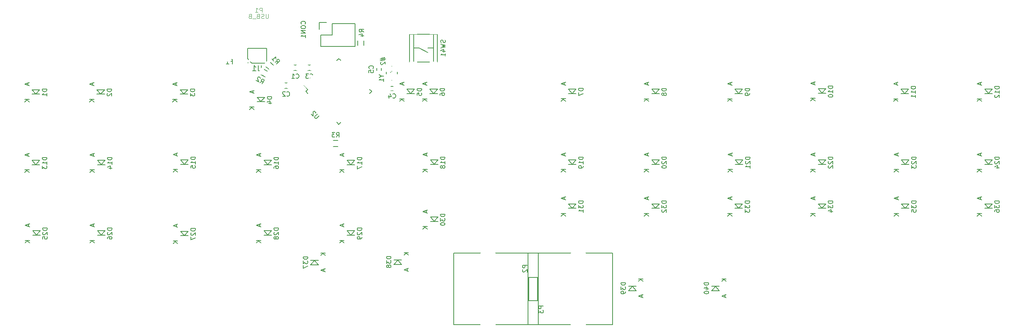
<source format=gbo>
G04 #@! TF.FileFunction,Legend,Bot*
%FSLAX46Y46*%
G04 Gerber Fmt 4.6, Leading zero omitted, Abs format (unit mm)*
G04 Created by KiCad (PCBNEW 4.0.5) date Saturday, July 01, 2017 'AMt' 12:52:34 AM*
%MOMM*%
%LPD*%
G01*
G04 APERTURE LIST*
%ADD10C,0.100000*%
%ADD11C,0.150000*%
%ADD12C,0.050000*%
%ADD13R,1.400000X0.800000*%
%ADD14R,1.550000X1.800000*%
%ADD15R,1.700000X1.950000*%
%ADD16R,1.200000X1.150000*%
%ADD17O,3.400000X3.400000*%
%ADD18C,3.400000*%
%ADD19C,1.924000*%
%ADD20C,3.600000*%
%ADD21R,2.127200X2.127200*%
%ADD22O,2.127200X2.127200*%
%ADD23R,2.099260X1.700480*%
%ADD24R,0.900000X1.300000*%
%ADD25R,1.000000X0.900000*%
%ADD26R,0.900000X1.000000*%
%ADD27R,1.900000X3.600000*%
%ADD28R,1.300000X0.900000*%
%ADD29R,0.800000X1.750000*%
%ADD30R,2.200000X2.300000*%
%ADD31O,1.250000X1.450000*%
%ADD32R,2.300000X2.100000*%
G04 APERTURE END LIST*
D10*
D11*
X52250000Y-3700000D02*
X52200000Y-3700000D01*
X52250000Y-3650000D02*
X52250000Y-3700000D01*
X52250000Y-3650000D02*
X52200000Y-3650000D01*
X53100000Y-3800000D02*
X52100000Y-2800000D01*
X56400000Y-3800000D02*
X53100000Y-3800000D01*
X52100000Y-2800000D02*
X52100000Y-500000D01*
X52100000Y-500000D02*
X56400000Y-500000D01*
X56400000Y-500000D02*
X56400000Y-3800000D01*
X84200000Y-5550000D02*
X83900000Y-5850000D01*
X85450000Y-4450000D02*
X85450000Y-7650000D01*
X82950000Y-4450000D02*
X85450000Y-4450000D01*
X82950000Y-4450000D02*
X82950000Y-7650000D01*
X82950000Y-7650000D02*
X85450000Y-7650000D01*
X93420000Y2640000D02*
X93420000Y-3560000D01*
X92220000Y-460000D02*
X93420000Y-460000D01*
X90220000Y-460000D02*
X92220000Y-1460000D01*
X89020000Y-460000D02*
X90220000Y-460000D01*
X89020000Y2640000D02*
X89020000Y-3560000D01*
X88120000Y-3560000D02*
X88120000Y2640000D01*
X94320000Y-3560000D02*
X88120000Y-3560000D01*
X94320000Y2640000D02*
X94320000Y-3560000D01*
X88120000Y2640000D02*
X94320000Y2640000D01*
X60350000Y-9400000D02*
X61050000Y-9400000D01*
X61050000Y-8200000D02*
X60350000Y-8200000D01*
X116550000Y-56650000D02*
X114450000Y-56650000D01*
X116550000Y-51450000D02*
X116550000Y-56650000D01*
X114450000Y-51450000D02*
X116550000Y-51450000D01*
X114450000Y-46100000D02*
X133250000Y-46100000D01*
X114450000Y-62000000D02*
X114450000Y-46100000D01*
X133250000Y-62000000D02*
X114450000Y-62000000D01*
X133250000Y-62000000D02*
X133250000Y-46100000D01*
X114650000Y-51450000D02*
X116750000Y-51450000D01*
X114650000Y-56650000D02*
X114650000Y-51450000D01*
X116750000Y-56650000D02*
X114650000Y-56650000D01*
X116750000Y-62000000D02*
X97950000Y-62000000D01*
X116750000Y-46100000D02*
X116750000Y-62000000D01*
X97950000Y-46100000D02*
X116750000Y-46100000D01*
X97950000Y-46100000D02*
X97950000Y-62000000D01*
X62400000Y-5450000D02*
X63100000Y-5450000D01*
X63100000Y-4250000D02*
X62400000Y-4250000D01*
X70910000Y4980000D02*
X75990000Y4980000D01*
X68090000Y5260000D02*
X68090000Y3710000D01*
X68370000Y2440000D02*
X70910000Y2440000D01*
X70910000Y2440000D02*
X70910000Y4980000D01*
X75990000Y4980000D02*
X75990000Y-100000D01*
X75990000Y-100000D02*
X70910000Y-100000D01*
X68090000Y5260000D02*
X69640000Y5260000D01*
X68370000Y-100000D02*
X68370000Y2440000D01*
X70910000Y-100000D02*
X68370000Y-100000D01*
X65490000Y-5450000D02*
X66190000Y-5450000D01*
X66190000Y-4250000D02*
X65490000Y-4250000D01*
X5049200Y-10700240D02*
X5950000Y-9699480D01*
X5950000Y-9699480D02*
X4250000Y-9699480D01*
X4250000Y-9699480D02*
X5100000Y-10700240D01*
X5950000Y-10700240D02*
X4250000Y-10700240D01*
X19449200Y-10700240D02*
X20350000Y-9699480D01*
X20350000Y-9699480D02*
X18650000Y-9699480D01*
X18650000Y-9699480D02*
X19500000Y-10700240D01*
X20350000Y-10700240D02*
X18650000Y-10700240D01*
X37949200Y-10700240D02*
X38850000Y-9699480D01*
X38850000Y-9699480D02*
X37150000Y-9699480D01*
X37150000Y-9699480D02*
X38000000Y-10700240D01*
X38850000Y-10700240D02*
X37150000Y-10700240D01*
X55049200Y-12400240D02*
X55950000Y-11399480D01*
X55950000Y-11399480D02*
X54250000Y-11399480D01*
X54250000Y-11399480D02*
X55100000Y-12400240D01*
X55950000Y-12400240D02*
X54250000Y-12400240D01*
X88349200Y-10600240D02*
X89250000Y-9599480D01*
X89250000Y-9599480D02*
X87550000Y-9599480D01*
X87550000Y-9599480D02*
X88400000Y-10600240D01*
X89250000Y-10600240D02*
X87550000Y-10600240D01*
X93449200Y-10600240D02*
X94350000Y-9599480D01*
X94350000Y-9599480D02*
X92650000Y-9599480D01*
X92650000Y-9599480D02*
X93500000Y-10600240D01*
X94350000Y-10600240D02*
X92650000Y-10600240D01*
X124249200Y-10550180D02*
X125150000Y-9549420D01*
X125150000Y-9549420D02*
X123450000Y-9549420D01*
X123450000Y-9549420D02*
X124300000Y-10550180D01*
X125150000Y-10550180D02*
X123450000Y-10550180D01*
X142749200Y-10600240D02*
X143650000Y-9599480D01*
X143650000Y-9599480D02*
X141950000Y-9599480D01*
X141950000Y-9599480D02*
X142800000Y-10600240D01*
X143650000Y-10600240D02*
X141950000Y-10600240D01*
X161249200Y-10600240D02*
X162150000Y-9599480D01*
X162150000Y-9599480D02*
X160450000Y-9599480D01*
X160450000Y-9599480D02*
X161300000Y-10600240D01*
X162150000Y-10600240D02*
X160450000Y-10600240D01*
X179749200Y-10500240D02*
X180650000Y-9499480D01*
X180650000Y-9499480D02*
X178950000Y-9499480D01*
X178950000Y-9499480D02*
X179800000Y-10500240D01*
X180650000Y-10500240D02*
X178950000Y-10500240D01*
X198149200Y-10600240D02*
X199050000Y-9599480D01*
X199050000Y-9599480D02*
X197350000Y-9599480D01*
X197350000Y-9599480D02*
X198200000Y-10600240D01*
X199050000Y-10600240D02*
X197350000Y-10600240D01*
X216749200Y-10600240D02*
X217650000Y-9599480D01*
X217650000Y-9599480D02*
X215950000Y-9599480D01*
X215950000Y-9599480D02*
X216800000Y-10600240D01*
X217650000Y-10600240D02*
X215950000Y-10600240D01*
X5049200Y-26400240D02*
X5950000Y-25399480D01*
X5950000Y-25399480D02*
X4250000Y-25399480D01*
X4250000Y-25399480D02*
X5100000Y-26400240D01*
X5950000Y-26400240D02*
X4250000Y-26400240D01*
X19549200Y-26400240D02*
X20450000Y-25399480D01*
X20450000Y-25399480D02*
X18750000Y-25399480D01*
X18750000Y-25399480D02*
X19600000Y-26400240D01*
X20450000Y-26400240D02*
X18750000Y-26400240D01*
X38049200Y-26300240D02*
X38950000Y-25299480D01*
X38950000Y-25299480D02*
X37250000Y-25299480D01*
X37250000Y-25299480D02*
X38100000Y-26300240D01*
X38950000Y-26300240D02*
X37250000Y-26300240D01*
X56549200Y-26400240D02*
X57450000Y-25399480D01*
X57450000Y-25399480D02*
X55750000Y-25399480D01*
X55750000Y-25399480D02*
X56600000Y-26400240D01*
X57450000Y-26400240D02*
X55750000Y-26400240D01*
X75049200Y-26400240D02*
X75950000Y-25399480D01*
X75950000Y-25399480D02*
X74250000Y-25399480D01*
X74250000Y-25399480D02*
X75100000Y-26400240D01*
X75950000Y-26400240D02*
X74250000Y-26400240D01*
X93549200Y-26300240D02*
X94450000Y-25299480D01*
X94450000Y-25299480D02*
X92750000Y-25299480D01*
X92750000Y-25299480D02*
X93600000Y-26300240D01*
X94450000Y-26300240D02*
X92750000Y-26300240D01*
X124249200Y-26300240D02*
X125150000Y-25299480D01*
X125150000Y-25299480D02*
X123450000Y-25299480D01*
X123450000Y-25299480D02*
X124300000Y-26300240D01*
X125150000Y-26300240D02*
X123450000Y-26300240D01*
X142749200Y-26300240D02*
X143650000Y-25299480D01*
X143650000Y-25299480D02*
X141950000Y-25299480D01*
X141950000Y-25299480D02*
X142800000Y-26300240D01*
X143650000Y-26300240D02*
X141950000Y-26300240D01*
X161329200Y-26300180D02*
X162230000Y-25299420D01*
X162230000Y-25299420D02*
X160530000Y-25299420D01*
X160530000Y-25299420D02*
X161380000Y-26300180D01*
X162230000Y-26300180D02*
X160530000Y-26300180D01*
X179749200Y-26300240D02*
X180650000Y-25299480D01*
X180650000Y-25299480D02*
X178950000Y-25299480D01*
X178950000Y-25299480D02*
X179800000Y-26300240D01*
X180650000Y-26300240D02*
X178950000Y-26300240D01*
X198249200Y-26300240D02*
X199150000Y-25299480D01*
X199150000Y-25299480D02*
X197450000Y-25299480D01*
X197450000Y-25299480D02*
X198300000Y-26300240D01*
X199150000Y-26300240D02*
X197450000Y-26300240D01*
X216749200Y-26300240D02*
X217650000Y-25299480D01*
X217650000Y-25299480D02*
X215950000Y-25299480D01*
X215950000Y-25299480D02*
X216800000Y-26300240D01*
X217650000Y-26300240D02*
X215950000Y-26300240D01*
X5149200Y-42100240D02*
X6050000Y-41099480D01*
X6050000Y-41099480D02*
X4350000Y-41099480D01*
X4350000Y-41099480D02*
X5200000Y-42100240D01*
X6050000Y-42100240D02*
X4350000Y-42100240D01*
X19549200Y-42100240D02*
X20450000Y-41099480D01*
X20450000Y-41099480D02*
X18750000Y-41099480D01*
X18750000Y-41099480D02*
X19600000Y-42100240D01*
X20450000Y-42100240D02*
X18750000Y-42100240D01*
X38049200Y-42200240D02*
X38950000Y-41199480D01*
X38950000Y-41199480D02*
X37250000Y-41199480D01*
X37250000Y-41199480D02*
X38100000Y-42200240D01*
X38950000Y-42200240D02*
X37250000Y-42200240D01*
X56549200Y-42100240D02*
X57450000Y-41099480D01*
X57450000Y-41099480D02*
X55750000Y-41099480D01*
X55750000Y-41099480D02*
X56600000Y-42100240D01*
X57450000Y-42100240D02*
X55750000Y-42100240D01*
X75049200Y-42100240D02*
X75950000Y-41099480D01*
X75950000Y-41099480D02*
X74250000Y-41099480D01*
X74250000Y-41099480D02*
X75100000Y-42100240D01*
X75950000Y-42100240D02*
X74250000Y-42100240D01*
X93549200Y-39000240D02*
X94450000Y-37999480D01*
X94450000Y-37999480D02*
X92750000Y-37999480D01*
X92750000Y-37999480D02*
X93600000Y-39000240D01*
X94450000Y-39000240D02*
X92750000Y-39000240D01*
X124249200Y-36100240D02*
X125150000Y-35099480D01*
X125150000Y-35099480D02*
X123450000Y-35099480D01*
X123450000Y-35099480D02*
X124300000Y-36100240D01*
X125150000Y-36100240D02*
X123450000Y-36100240D01*
X142749200Y-36100240D02*
X143650000Y-35099480D01*
X143650000Y-35099480D02*
X141950000Y-35099480D01*
X141950000Y-35099480D02*
X142800000Y-36100240D01*
X143650000Y-36100240D02*
X141950000Y-36100240D01*
X161249200Y-36100240D02*
X162150000Y-35099480D01*
X162150000Y-35099480D02*
X160450000Y-35099480D01*
X160450000Y-35099480D02*
X161300000Y-36100240D01*
X162150000Y-36100240D02*
X160450000Y-36100240D01*
X179749200Y-36100240D02*
X180650000Y-35099480D01*
X180650000Y-35099480D02*
X178950000Y-35099480D01*
X178950000Y-35099480D02*
X179800000Y-36100240D01*
X180650000Y-36100240D02*
X178950000Y-36100240D01*
X198249200Y-36100240D02*
X199150000Y-35099480D01*
X199150000Y-35099480D02*
X197450000Y-35099480D01*
X197450000Y-35099480D02*
X198300000Y-36100240D01*
X199150000Y-36100240D02*
X197450000Y-36100240D01*
X216749200Y-36100240D02*
X217650000Y-35099480D01*
X217650000Y-35099480D02*
X215950000Y-35099480D01*
X215950000Y-35099480D02*
X216800000Y-36100240D01*
X217650000Y-36100240D02*
X215950000Y-36100240D01*
X67050800Y-47699760D02*
X66150000Y-48700520D01*
X66150000Y-48700520D02*
X67850000Y-48700520D01*
X67850000Y-48700520D02*
X67000000Y-47699760D01*
X66150000Y-47699760D02*
X67850000Y-47699760D01*
X85550800Y-47599760D02*
X84650000Y-48600520D01*
X84650000Y-48600520D02*
X86350000Y-48600520D01*
X86350000Y-48600520D02*
X85500000Y-47599760D01*
X84650000Y-47599760D02*
X86350000Y-47599760D01*
X137670800Y-53449700D02*
X136770000Y-54450460D01*
X136770000Y-54450460D02*
X138470000Y-54450460D01*
X138470000Y-54450460D02*
X137620000Y-53449700D01*
X136770000Y-53449700D02*
X138470000Y-53449700D01*
X156160800Y-53439760D02*
X155260000Y-54440520D01*
X155260000Y-54440520D02*
X156960000Y-54440520D01*
X156960000Y-54440520D02*
X156110000Y-53439760D01*
X155260000Y-53439760D02*
X156960000Y-53439760D01*
X56228820Y-4573414D02*
X56935926Y-5280520D01*
X57890520Y-4325926D02*
X57183414Y-3618820D01*
X56670513Y-5675433D02*
X55804487Y-5175433D01*
X55129487Y-6344567D02*
X55995513Y-6844567D01*
X65081445Y-10100000D02*
X65558742Y-9622703D01*
X72400000Y-17418555D02*
X72877297Y-16941258D01*
X79718555Y-10100000D02*
X79241258Y-10577297D01*
X72400000Y-2781445D02*
X71922703Y-3258742D01*
X65081445Y-10100000D02*
X65558742Y-10577297D01*
X72400000Y-2781445D02*
X72877297Y-3258742D01*
X79718555Y-10100000D02*
X79241258Y-9622703D01*
X72400000Y-17418555D02*
X71922703Y-16941258D01*
X65558742Y-9622703D02*
X64657181Y-8721142D01*
X71200000Y-22375000D02*
X72200000Y-22375000D01*
X72200000Y-21025000D02*
X71200000Y-21025000D01*
X84500000Y-9925000D02*
X84000000Y-9925000D01*
X84000000Y-8975000D02*
X84500000Y-8975000D01*
X80875000Y-5400000D02*
X80875000Y-4900000D01*
X81825000Y-4900000D02*
X81825000Y-5400000D01*
X77935000Y160000D02*
X77935000Y1160000D01*
X76585000Y1160000D02*
X76585000Y160000D01*
X55164286Y-4342857D02*
X55164286Y-5314286D01*
X55107143Y-5428571D01*
X55050000Y-5485714D01*
X54935714Y-5542857D01*
X54707143Y-5542857D01*
X54592857Y-5485714D01*
X54535714Y-5428571D01*
X54478571Y-5314286D01*
X54478571Y-4342857D01*
X53278571Y-5542857D02*
X53964286Y-5542857D01*
X53621428Y-5542857D02*
X53621428Y-4342857D01*
X53735714Y-4514286D01*
X53850000Y-4628571D01*
X53964286Y-4685714D01*
X81876190Y-6673809D02*
X82352381Y-6673809D01*
X81352381Y-6340476D02*
X81876190Y-6673809D01*
X81352381Y-7007143D01*
X82352381Y-7864286D02*
X82352381Y-7292857D01*
X82352381Y-7578571D02*
X81352381Y-7578571D01*
X81495238Y-7483333D01*
X81590476Y-7388095D01*
X81638095Y-7292857D01*
X82035714Y-2564286D02*
X82035714Y-3278572D01*
X81607143Y-2850000D02*
X82892857Y-2564286D01*
X82464286Y-3183334D02*
X82464286Y-2469048D01*
X82892857Y-2897620D02*
X81607143Y-3183334D01*
X81797619Y-3564286D02*
X81750000Y-3611905D01*
X81702381Y-3707143D01*
X81702381Y-3945239D01*
X81750000Y-4040477D01*
X81797619Y-4088096D01*
X81892857Y-4135715D01*
X81988095Y-4135715D01*
X82130952Y-4088096D01*
X82702381Y-3516667D01*
X82702381Y-4135715D01*
X96024762Y1349524D02*
X96072381Y1206667D01*
X96072381Y968571D01*
X96024762Y873333D01*
X95977143Y825714D01*
X95881905Y778095D01*
X95786667Y778095D01*
X95691429Y825714D01*
X95643810Y873333D01*
X95596190Y968571D01*
X95548571Y1159048D01*
X95500952Y1254286D01*
X95453333Y1301905D01*
X95358095Y1349524D01*
X95262857Y1349524D01*
X95167619Y1301905D01*
X95120000Y1254286D01*
X95072381Y1159048D01*
X95072381Y920952D01*
X95120000Y778095D01*
X95072381Y444762D02*
X96072381Y206667D01*
X95358095Y16190D01*
X96072381Y-174286D01*
X95072381Y-412381D01*
X95405714Y-1221905D02*
X96072381Y-1221905D01*
X95024762Y-983809D02*
X95739048Y-745714D01*
X95739048Y-1364762D01*
X96072381Y-2269524D02*
X96072381Y-1698095D01*
X96072381Y-1983809D02*
X95072381Y-1983809D01*
X95215238Y-1888571D01*
X95310476Y-1793333D01*
X95358095Y-1698095D01*
X60866666Y-11057143D02*
X60914285Y-11104762D01*
X61057142Y-11152381D01*
X61152380Y-11152381D01*
X61295238Y-11104762D01*
X61390476Y-11009524D01*
X61438095Y-10914286D01*
X61485714Y-10723810D01*
X61485714Y-10580952D01*
X61438095Y-10390476D01*
X61390476Y-10295238D01*
X61295238Y-10200000D01*
X61152380Y-10152381D01*
X61057142Y-10152381D01*
X60914285Y-10200000D01*
X60866666Y-10247619D01*
X60485714Y-10247619D02*
X60438095Y-10200000D01*
X60342857Y-10152381D01*
X60104761Y-10152381D01*
X60009523Y-10200000D01*
X59961904Y-10247619D01*
X59914285Y-10342857D01*
X59914285Y-10438095D01*
X59961904Y-10580952D01*
X60533333Y-11152381D01*
X59914285Y-11152381D01*
X117852381Y-57861905D02*
X116852381Y-57861905D01*
X116852381Y-58242858D01*
X116900000Y-58338096D01*
X116947619Y-58385715D01*
X117042857Y-58433334D01*
X117185714Y-58433334D01*
X117280952Y-58385715D01*
X117328571Y-58338096D01*
X117376190Y-58242858D01*
X117376190Y-57861905D01*
X116852381Y-58766667D02*
X116852381Y-59385715D01*
X117233333Y-59052381D01*
X117233333Y-59195239D01*
X117280952Y-59290477D01*
X117328571Y-59338096D01*
X117423810Y-59385715D01*
X117661905Y-59385715D01*
X117757143Y-59338096D01*
X117804762Y-59290477D01*
X117852381Y-59195239D01*
X117852381Y-58909524D01*
X117804762Y-58814286D01*
X117757143Y-58766667D01*
X114252381Y-48761905D02*
X113252381Y-48761905D01*
X113252381Y-49142858D01*
X113300000Y-49238096D01*
X113347619Y-49285715D01*
X113442857Y-49333334D01*
X113585714Y-49333334D01*
X113680952Y-49285715D01*
X113728571Y-49238096D01*
X113776190Y-49142858D01*
X113776190Y-48761905D01*
X113347619Y-49714286D02*
X113300000Y-49761905D01*
X113252381Y-49857143D01*
X113252381Y-50095239D01*
X113300000Y-50190477D01*
X113347619Y-50238096D01*
X113442857Y-50285715D01*
X113538095Y-50285715D01*
X113680952Y-50238096D01*
X114252381Y-49666667D01*
X114252381Y-50285715D01*
X62916666Y-7107143D02*
X62964285Y-7154762D01*
X63107142Y-7202381D01*
X63202380Y-7202381D01*
X63345238Y-7154762D01*
X63440476Y-7059524D01*
X63488095Y-6964286D01*
X63535714Y-6773810D01*
X63535714Y-6630952D01*
X63488095Y-6440476D01*
X63440476Y-6345238D01*
X63345238Y-6250000D01*
X63202380Y-6202381D01*
X63107142Y-6202381D01*
X62964285Y-6250000D01*
X62916666Y-6297619D01*
X61964285Y-7202381D02*
X62535714Y-7202381D01*
X62250000Y-7202381D02*
X62250000Y-6202381D01*
X62345238Y-6345238D01*
X62440476Y-6440476D01*
X62535714Y-6488095D01*
X64897143Y4924285D02*
X64944762Y4971904D01*
X64992381Y5114761D01*
X64992381Y5209999D01*
X64944762Y5352857D01*
X64849524Y5448095D01*
X64754286Y5495714D01*
X64563810Y5543333D01*
X64420952Y5543333D01*
X64230476Y5495714D01*
X64135238Y5448095D01*
X64040000Y5352857D01*
X63992381Y5209999D01*
X63992381Y5114761D01*
X64040000Y4971904D01*
X64087619Y4924285D01*
X63992381Y4305238D02*
X63992381Y4114761D01*
X64040000Y4019523D01*
X64135238Y3924285D01*
X64325714Y3876666D01*
X64659048Y3876666D01*
X64849524Y3924285D01*
X64944762Y4019523D01*
X64992381Y4114761D01*
X64992381Y4305238D01*
X64944762Y4400476D01*
X64849524Y4495714D01*
X64659048Y4543333D01*
X64325714Y4543333D01*
X64135238Y4495714D01*
X64040000Y4400476D01*
X63992381Y4305238D01*
X64992381Y3448095D02*
X63992381Y3448095D01*
X64992381Y2876666D01*
X63992381Y2876666D01*
X64992381Y1876666D02*
X64992381Y2448095D01*
X64992381Y2162381D02*
X63992381Y2162381D01*
X64135238Y2257619D01*
X64230476Y2352857D01*
X64278095Y2448095D01*
X66006666Y-7107143D02*
X66054285Y-7154762D01*
X66197142Y-7202381D01*
X66292380Y-7202381D01*
X66435238Y-7154762D01*
X66530476Y-7059524D01*
X66578095Y-6964286D01*
X66625714Y-6773810D01*
X66625714Y-6630952D01*
X66578095Y-6440476D01*
X66530476Y-6345238D01*
X66435238Y-6250000D01*
X66292380Y-6202381D01*
X66197142Y-6202381D01*
X66054285Y-6250000D01*
X66006666Y-6297619D01*
X65673333Y-6202381D02*
X65054285Y-6202381D01*
X65387619Y-6583333D01*
X65244761Y-6583333D01*
X65149523Y-6630952D01*
X65101904Y-6678571D01*
X65054285Y-6773810D01*
X65054285Y-7011905D01*
X65101904Y-7107143D01*
X65149523Y-7154762D01*
X65244761Y-7202381D01*
X65530476Y-7202381D01*
X65625714Y-7154762D01*
X65673333Y-7107143D01*
X7502381Y-9561905D02*
X6502381Y-9561905D01*
X6502381Y-9800000D01*
X6550000Y-9942858D01*
X6645238Y-10038096D01*
X6740476Y-10085715D01*
X6930952Y-10133334D01*
X7073810Y-10133334D01*
X7264286Y-10085715D01*
X7359524Y-10038096D01*
X7454762Y-9942858D01*
X7502381Y-9800000D01*
X7502381Y-9561905D01*
X7502381Y-11085715D02*
X7502381Y-10514286D01*
X7502381Y-10800000D02*
X6502381Y-10800000D01*
X6645238Y-10704762D01*
X6740476Y-10609524D01*
X6788095Y-10514286D01*
X3602381Y-11838095D02*
X2602381Y-11838095D01*
X3602381Y-12409524D02*
X3030952Y-11980952D01*
X2602381Y-12409524D02*
X3173810Y-11838095D01*
X3316667Y-8261905D02*
X3316667Y-8738096D01*
X3602381Y-8166667D02*
X2602381Y-8500000D01*
X3602381Y-8833334D01*
X21902381Y-9561905D02*
X20902381Y-9561905D01*
X20902381Y-9800000D01*
X20950000Y-9942858D01*
X21045238Y-10038096D01*
X21140476Y-10085715D01*
X21330952Y-10133334D01*
X21473810Y-10133334D01*
X21664286Y-10085715D01*
X21759524Y-10038096D01*
X21854762Y-9942858D01*
X21902381Y-9800000D01*
X21902381Y-9561905D01*
X20997619Y-10514286D02*
X20950000Y-10561905D01*
X20902381Y-10657143D01*
X20902381Y-10895239D01*
X20950000Y-10990477D01*
X20997619Y-11038096D01*
X21092857Y-11085715D01*
X21188095Y-11085715D01*
X21330952Y-11038096D01*
X21902381Y-10466667D01*
X21902381Y-11085715D01*
X18002381Y-11838095D02*
X17002381Y-11838095D01*
X18002381Y-12409524D02*
X17430952Y-11980952D01*
X17002381Y-12409524D02*
X17573810Y-11838095D01*
X17716667Y-8261905D02*
X17716667Y-8738096D01*
X18002381Y-8166667D02*
X17002381Y-8500000D01*
X18002381Y-8833334D01*
X40402381Y-9561905D02*
X39402381Y-9561905D01*
X39402381Y-9800000D01*
X39450000Y-9942858D01*
X39545238Y-10038096D01*
X39640476Y-10085715D01*
X39830952Y-10133334D01*
X39973810Y-10133334D01*
X40164286Y-10085715D01*
X40259524Y-10038096D01*
X40354762Y-9942858D01*
X40402381Y-9800000D01*
X40402381Y-9561905D01*
X39402381Y-10466667D02*
X39402381Y-11085715D01*
X39783333Y-10752381D01*
X39783333Y-10895239D01*
X39830952Y-10990477D01*
X39878571Y-11038096D01*
X39973810Y-11085715D01*
X40211905Y-11085715D01*
X40307143Y-11038096D01*
X40354762Y-10990477D01*
X40402381Y-10895239D01*
X40402381Y-10609524D01*
X40354762Y-10514286D01*
X40307143Y-10466667D01*
X36502381Y-11838095D02*
X35502381Y-11838095D01*
X36502381Y-12409524D02*
X35930952Y-11980952D01*
X35502381Y-12409524D02*
X36073810Y-11838095D01*
X36216667Y-8261905D02*
X36216667Y-8738096D01*
X36502381Y-8166667D02*
X35502381Y-8500000D01*
X36502381Y-8833334D01*
X57502381Y-11261905D02*
X56502381Y-11261905D01*
X56502381Y-11500000D01*
X56550000Y-11642858D01*
X56645238Y-11738096D01*
X56740476Y-11785715D01*
X56930952Y-11833334D01*
X57073810Y-11833334D01*
X57264286Y-11785715D01*
X57359524Y-11738096D01*
X57454762Y-11642858D01*
X57502381Y-11500000D01*
X57502381Y-11261905D01*
X56835714Y-12690477D02*
X57502381Y-12690477D01*
X56454762Y-12452381D02*
X57169048Y-12214286D01*
X57169048Y-12833334D01*
X53602381Y-13538095D02*
X52602381Y-13538095D01*
X53602381Y-14109524D02*
X53030952Y-13680952D01*
X52602381Y-14109524D02*
X53173810Y-13538095D01*
X53316667Y-9961905D02*
X53316667Y-10438096D01*
X53602381Y-9866667D02*
X52602381Y-10200000D01*
X53602381Y-10533334D01*
X90802381Y-9461905D02*
X89802381Y-9461905D01*
X89802381Y-9700000D01*
X89850000Y-9842858D01*
X89945238Y-9938096D01*
X90040476Y-9985715D01*
X90230952Y-10033334D01*
X90373810Y-10033334D01*
X90564286Y-9985715D01*
X90659524Y-9938096D01*
X90754762Y-9842858D01*
X90802381Y-9700000D01*
X90802381Y-9461905D01*
X89802381Y-10938096D02*
X89802381Y-10461905D01*
X90278571Y-10414286D01*
X90230952Y-10461905D01*
X90183333Y-10557143D01*
X90183333Y-10795239D01*
X90230952Y-10890477D01*
X90278571Y-10938096D01*
X90373810Y-10985715D01*
X90611905Y-10985715D01*
X90707143Y-10938096D01*
X90754762Y-10890477D01*
X90802381Y-10795239D01*
X90802381Y-10557143D01*
X90754762Y-10461905D01*
X90707143Y-10414286D01*
X86902381Y-11738095D02*
X85902381Y-11738095D01*
X86902381Y-12309524D02*
X86330952Y-11880952D01*
X85902381Y-12309524D02*
X86473810Y-11738095D01*
X86616667Y-8161905D02*
X86616667Y-8638096D01*
X86902381Y-8066667D02*
X85902381Y-8400000D01*
X86902381Y-8733334D01*
X95902381Y-9461905D02*
X94902381Y-9461905D01*
X94902381Y-9700000D01*
X94950000Y-9842858D01*
X95045238Y-9938096D01*
X95140476Y-9985715D01*
X95330952Y-10033334D01*
X95473810Y-10033334D01*
X95664286Y-9985715D01*
X95759524Y-9938096D01*
X95854762Y-9842858D01*
X95902381Y-9700000D01*
X95902381Y-9461905D01*
X94902381Y-10890477D02*
X94902381Y-10700000D01*
X94950000Y-10604762D01*
X94997619Y-10557143D01*
X95140476Y-10461905D01*
X95330952Y-10414286D01*
X95711905Y-10414286D01*
X95807143Y-10461905D01*
X95854762Y-10509524D01*
X95902381Y-10604762D01*
X95902381Y-10795239D01*
X95854762Y-10890477D01*
X95807143Y-10938096D01*
X95711905Y-10985715D01*
X95473810Y-10985715D01*
X95378571Y-10938096D01*
X95330952Y-10890477D01*
X95283333Y-10795239D01*
X95283333Y-10604762D01*
X95330952Y-10509524D01*
X95378571Y-10461905D01*
X95473810Y-10414286D01*
X92002381Y-11738095D02*
X91002381Y-11738095D01*
X92002381Y-12309524D02*
X91430952Y-11880952D01*
X91002381Y-12309524D02*
X91573810Y-11738095D01*
X91716667Y-8161905D02*
X91716667Y-8638096D01*
X92002381Y-8066667D02*
X91002381Y-8400000D01*
X92002381Y-8733334D01*
X126702381Y-9411845D02*
X125702381Y-9411845D01*
X125702381Y-9649940D01*
X125750000Y-9792798D01*
X125845238Y-9888036D01*
X125940476Y-9935655D01*
X126130952Y-9983274D01*
X126273810Y-9983274D01*
X126464286Y-9935655D01*
X126559524Y-9888036D01*
X126654762Y-9792798D01*
X126702381Y-9649940D01*
X126702381Y-9411845D01*
X125702381Y-10316607D02*
X125702381Y-10983274D01*
X126702381Y-10554702D01*
X122802381Y-11688035D02*
X121802381Y-11688035D01*
X122802381Y-12259464D02*
X122230952Y-11830892D01*
X121802381Y-12259464D02*
X122373810Y-11688035D01*
X122516667Y-8111845D02*
X122516667Y-8588036D01*
X122802381Y-8016607D02*
X121802381Y-8349940D01*
X122802381Y-8683274D01*
X145202381Y-9461905D02*
X144202381Y-9461905D01*
X144202381Y-9700000D01*
X144250000Y-9842858D01*
X144345238Y-9938096D01*
X144440476Y-9985715D01*
X144630952Y-10033334D01*
X144773810Y-10033334D01*
X144964286Y-9985715D01*
X145059524Y-9938096D01*
X145154762Y-9842858D01*
X145202381Y-9700000D01*
X145202381Y-9461905D01*
X144630952Y-10604762D02*
X144583333Y-10509524D01*
X144535714Y-10461905D01*
X144440476Y-10414286D01*
X144392857Y-10414286D01*
X144297619Y-10461905D01*
X144250000Y-10509524D01*
X144202381Y-10604762D01*
X144202381Y-10795239D01*
X144250000Y-10890477D01*
X144297619Y-10938096D01*
X144392857Y-10985715D01*
X144440476Y-10985715D01*
X144535714Y-10938096D01*
X144583333Y-10890477D01*
X144630952Y-10795239D01*
X144630952Y-10604762D01*
X144678571Y-10509524D01*
X144726190Y-10461905D01*
X144821429Y-10414286D01*
X145011905Y-10414286D01*
X145107143Y-10461905D01*
X145154762Y-10509524D01*
X145202381Y-10604762D01*
X145202381Y-10795239D01*
X145154762Y-10890477D01*
X145107143Y-10938096D01*
X145011905Y-10985715D01*
X144821429Y-10985715D01*
X144726190Y-10938096D01*
X144678571Y-10890477D01*
X144630952Y-10795239D01*
X141302381Y-11738095D02*
X140302381Y-11738095D01*
X141302381Y-12309524D02*
X140730952Y-11880952D01*
X140302381Y-12309524D02*
X140873810Y-11738095D01*
X141016667Y-8161905D02*
X141016667Y-8638096D01*
X141302381Y-8066667D02*
X140302381Y-8400000D01*
X141302381Y-8733334D01*
X163702381Y-9461905D02*
X162702381Y-9461905D01*
X162702381Y-9700000D01*
X162750000Y-9842858D01*
X162845238Y-9938096D01*
X162940476Y-9985715D01*
X163130952Y-10033334D01*
X163273810Y-10033334D01*
X163464286Y-9985715D01*
X163559524Y-9938096D01*
X163654762Y-9842858D01*
X163702381Y-9700000D01*
X163702381Y-9461905D01*
X163702381Y-10509524D02*
X163702381Y-10700000D01*
X163654762Y-10795239D01*
X163607143Y-10842858D01*
X163464286Y-10938096D01*
X163273810Y-10985715D01*
X162892857Y-10985715D01*
X162797619Y-10938096D01*
X162750000Y-10890477D01*
X162702381Y-10795239D01*
X162702381Y-10604762D01*
X162750000Y-10509524D01*
X162797619Y-10461905D01*
X162892857Y-10414286D01*
X163130952Y-10414286D01*
X163226190Y-10461905D01*
X163273810Y-10509524D01*
X163321429Y-10604762D01*
X163321429Y-10795239D01*
X163273810Y-10890477D01*
X163226190Y-10938096D01*
X163130952Y-10985715D01*
X159802381Y-11738095D02*
X158802381Y-11738095D01*
X159802381Y-12309524D02*
X159230952Y-11880952D01*
X158802381Y-12309524D02*
X159373810Y-11738095D01*
X159516667Y-8161905D02*
X159516667Y-8638096D01*
X159802381Y-8066667D02*
X158802381Y-8400000D01*
X159802381Y-8733334D01*
X182202381Y-8885714D02*
X181202381Y-8885714D01*
X181202381Y-9123809D01*
X181250000Y-9266667D01*
X181345238Y-9361905D01*
X181440476Y-9409524D01*
X181630952Y-9457143D01*
X181773810Y-9457143D01*
X181964286Y-9409524D01*
X182059524Y-9361905D01*
X182154762Y-9266667D01*
X182202381Y-9123809D01*
X182202381Y-8885714D01*
X182202381Y-10409524D02*
X182202381Y-9838095D01*
X182202381Y-10123809D02*
X181202381Y-10123809D01*
X181345238Y-10028571D01*
X181440476Y-9933333D01*
X181488095Y-9838095D01*
X181202381Y-11028571D02*
X181202381Y-11123810D01*
X181250000Y-11219048D01*
X181297619Y-11266667D01*
X181392857Y-11314286D01*
X181583333Y-11361905D01*
X181821429Y-11361905D01*
X182011905Y-11314286D01*
X182107143Y-11266667D01*
X182154762Y-11219048D01*
X182202381Y-11123810D01*
X182202381Y-11028571D01*
X182154762Y-10933333D01*
X182107143Y-10885714D01*
X182011905Y-10838095D01*
X181821429Y-10790476D01*
X181583333Y-10790476D01*
X181392857Y-10838095D01*
X181297619Y-10885714D01*
X181250000Y-10933333D01*
X181202381Y-11028571D01*
X178302381Y-11638095D02*
X177302381Y-11638095D01*
X178302381Y-12209524D02*
X177730952Y-11780952D01*
X177302381Y-12209524D02*
X177873810Y-11638095D01*
X178016667Y-8061905D02*
X178016667Y-8538096D01*
X178302381Y-7966667D02*
X177302381Y-8300000D01*
X178302381Y-8633334D01*
X200602381Y-8985714D02*
X199602381Y-8985714D01*
X199602381Y-9223809D01*
X199650000Y-9366667D01*
X199745238Y-9461905D01*
X199840476Y-9509524D01*
X200030952Y-9557143D01*
X200173810Y-9557143D01*
X200364286Y-9509524D01*
X200459524Y-9461905D01*
X200554762Y-9366667D01*
X200602381Y-9223809D01*
X200602381Y-8985714D01*
X200602381Y-10509524D02*
X200602381Y-9938095D01*
X200602381Y-10223809D02*
X199602381Y-10223809D01*
X199745238Y-10128571D01*
X199840476Y-10033333D01*
X199888095Y-9938095D01*
X200602381Y-11461905D02*
X200602381Y-10890476D01*
X200602381Y-11176190D02*
X199602381Y-11176190D01*
X199745238Y-11080952D01*
X199840476Y-10985714D01*
X199888095Y-10890476D01*
X196702381Y-11738095D02*
X195702381Y-11738095D01*
X196702381Y-12309524D02*
X196130952Y-11880952D01*
X195702381Y-12309524D02*
X196273810Y-11738095D01*
X196416667Y-8161905D02*
X196416667Y-8638096D01*
X196702381Y-8066667D02*
X195702381Y-8400000D01*
X196702381Y-8733334D01*
X219202381Y-8985714D02*
X218202381Y-8985714D01*
X218202381Y-9223809D01*
X218250000Y-9366667D01*
X218345238Y-9461905D01*
X218440476Y-9509524D01*
X218630952Y-9557143D01*
X218773810Y-9557143D01*
X218964286Y-9509524D01*
X219059524Y-9461905D01*
X219154762Y-9366667D01*
X219202381Y-9223809D01*
X219202381Y-8985714D01*
X219202381Y-10509524D02*
X219202381Y-9938095D01*
X219202381Y-10223809D02*
X218202381Y-10223809D01*
X218345238Y-10128571D01*
X218440476Y-10033333D01*
X218488095Y-9938095D01*
X218297619Y-10890476D02*
X218250000Y-10938095D01*
X218202381Y-11033333D01*
X218202381Y-11271429D01*
X218250000Y-11366667D01*
X218297619Y-11414286D01*
X218392857Y-11461905D01*
X218488095Y-11461905D01*
X218630952Y-11414286D01*
X219202381Y-10842857D01*
X219202381Y-11461905D01*
X215302381Y-11738095D02*
X214302381Y-11738095D01*
X215302381Y-12309524D02*
X214730952Y-11880952D01*
X214302381Y-12309524D02*
X214873810Y-11738095D01*
X215016667Y-8161905D02*
X215016667Y-8638096D01*
X215302381Y-8066667D02*
X214302381Y-8400000D01*
X215302381Y-8733334D01*
X7502381Y-24785714D02*
X6502381Y-24785714D01*
X6502381Y-25023809D01*
X6550000Y-25166667D01*
X6645238Y-25261905D01*
X6740476Y-25309524D01*
X6930952Y-25357143D01*
X7073810Y-25357143D01*
X7264286Y-25309524D01*
X7359524Y-25261905D01*
X7454762Y-25166667D01*
X7502381Y-25023809D01*
X7502381Y-24785714D01*
X7502381Y-26309524D02*
X7502381Y-25738095D01*
X7502381Y-26023809D02*
X6502381Y-26023809D01*
X6645238Y-25928571D01*
X6740476Y-25833333D01*
X6788095Y-25738095D01*
X6502381Y-26642857D02*
X6502381Y-27261905D01*
X6883333Y-26928571D01*
X6883333Y-27071429D01*
X6930952Y-27166667D01*
X6978571Y-27214286D01*
X7073810Y-27261905D01*
X7311905Y-27261905D01*
X7407143Y-27214286D01*
X7454762Y-27166667D01*
X7502381Y-27071429D01*
X7502381Y-26785714D01*
X7454762Y-26690476D01*
X7407143Y-26642857D01*
X3602381Y-27538095D02*
X2602381Y-27538095D01*
X3602381Y-28109524D02*
X3030952Y-27680952D01*
X2602381Y-28109524D02*
X3173810Y-27538095D01*
X3316667Y-23961905D02*
X3316667Y-24438096D01*
X3602381Y-23866667D02*
X2602381Y-24200000D01*
X3602381Y-24533334D01*
X22002381Y-24785714D02*
X21002381Y-24785714D01*
X21002381Y-25023809D01*
X21050000Y-25166667D01*
X21145238Y-25261905D01*
X21240476Y-25309524D01*
X21430952Y-25357143D01*
X21573810Y-25357143D01*
X21764286Y-25309524D01*
X21859524Y-25261905D01*
X21954762Y-25166667D01*
X22002381Y-25023809D01*
X22002381Y-24785714D01*
X22002381Y-26309524D02*
X22002381Y-25738095D01*
X22002381Y-26023809D02*
X21002381Y-26023809D01*
X21145238Y-25928571D01*
X21240476Y-25833333D01*
X21288095Y-25738095D01*
X21335714Y-27166667D02*
X22002381Y-27166667D01*
X20954762Y-26928571D02*
X21669048Y-26690476D01*
X21669048Y-27309524D01*
X18102381Y-27538095D02*
X17102381Y-27538095D01*
X18102381Y-28109524D02*
X17530952Y-27680952D01*
X17102381Y-28109524D02*
X17673810Y-27538095D01*
X17816667Y-23961905D02*
X17816667Y-24438096D01*
X18102381Y-23866667D02*
X17102381Y-24200000D01*
X18102381Y-24533334D01*
X40502381Y-24685714D02*
X39502381Y-24685714D01*
X39502381Y-24923809D01*
X39550000Y-25066667D01*
X39645238Y-25161905D01*
X39740476Y-25209524D01*
X39930952Y-25257143D01*
X40073810Y-25257143D01*
X40264286Y-25209524D01*
X40359524Y-25161905D01*
X40454762Y-25066667D01*
X40502381Y-24923809D01*
X40502381Y-24685714D01*
X40502381Y-26209524D02*
X40502381Y-25638095D01*
X40502381Y-25923809D02*
X39502381Y-25923809D01*
X39645238Y-25828571D01*
X39740476Y-25733333D01*
X39788095Y-25638095D01*
X39502381Y-27114286D02*
X39502381Y-26638095D01*
X39978571Y-26590476D01*
X39930952Y-26638095D01*
X39883333Y-26733333D01*
X39883333Y-26971429D01*
X39930952Y-27066667D01*
X39978571Y-27114286D01*
X40073810Y-27161905D01*
X40311905Y-27161905D01*
X40407143Y-27114286D01*
X40454762Y-27066667D01*
X40502381Y-26971429D01*
X40502381Y-26733333D01*
X40454762Y-26638095D01*
X40407143Y-26590476D01*
X36602381Y-27438095D02*
X35602381Y-27438095D01*
X36602381Y-28009524D02*
X36030952Y-27580952D01*
X35602381Y-28009524D02*
X36173810Y-27438095D01*
X36316667Y-23861905D02*
X36316667Y-24338096D01*
X36602381Y-23766667D02*
X35602381Y-24100000D01*
X36602381Y-24433334D01*
X59002381Y-24785714D02*
X58002381Y-24785714D01*
X58002381Y-25023809D01*
X58050000Y-25166667D01*
X58145238Y-25261905D01*
X58240476Y-25309524D01*
X58430952Y-25357143D01*
X58573810Y-25357143D01*
X58764286Y-25309524D01*
X58859524Y-25261905D01*
X58954762Y-25166667D01*
X59002381Y-25023809D01*
X59002381Y-24785714D01*
X59002381Y-26309524D02*
X59002381Y-25738095D01*
X59002381Y-26023809D02*
X58002381Y-26023809D01*
X58145238Y-25928571D01*
X58240476Y-25833333D01*
X58288095Y-25738095D01*
X58002381Y-27166667D02*
X58002381Y-26976190D01*
X58050000Y-26880952D01*
X58097619Y-26833333D01*
X58240476Y-26738095D01*
X58430952Y-26690476D01*
X58811905Y-26690476D01*
X58907143Y-26738095D01*
X58954762Y-26785714D01*
X59002381Y-26880952D01*
X59002381Y-27071429D01*
X58954762Y-27166667D01*
X58907143Y-27214286D01*
X58811905Y-27261905D01*
X58573810Y-27261905D01*
X58478571Y-27214286D01*
X58430952Y-27166667D01*
X58383333Y-27071429D01*
X58383333Y-26880952D01*
X58430952Y-26785714D01*
X58478571Y-26738095D01*
X58573810Y-26690476D01*
X55102381Y-27538095D02*
X54102381Y-27538095D01*
X55102381Y-28109524D02*
X54530952Y-27680952D01*
X54102381Y-28109524D02*
X54673810Y-27538095D01*
X54816667Y-23961905D02*
X54816667Y-24438096D01*
X55102381Y-23866667D02*
X54102381Y-24200000D01*
X55102381Y-24533334D01*
X77502381Y-24785714D02*
X76502381Y-24785714D01*
X76502381Y-25023809D01*
X76550000Y-25166667D01*
X76645238Y-25261905D01*
X76740476Y-25309524D01*
X76930952Y-25357143D01*
X77073810Y-25357143D01*
X77264286Y-25309524D01*
X77359524Y-25261905D01*
X77454762Y-25166667D01*
X77502381Y-25023809D01*
X77502381Y-24785714D01*
X77502381Y-26309524D02*
X77502381Y-25738095D01*
X77502381Y-26023809D02*
X76502381Y-26023809D01*
X76645238Y-25928571D01*
X76740476Y-25833333D01*
X76788095Y-25738095D01*
X76502381Y-26642857D02*
X76502381Y-27309524D01*
X77502381Y-26880952D01*
X73602381Y-27538095D02*
X72602381Y-27538095D01*
X73602381Y-28109524D02*
X73030952Y-27680952D01*
X72602381Y-28109524D02*
X73173810Y-27538095D01*
X73316667Y-23961905D02*
X73316667Y-24438096D01*
X73602381Y-23866667D02*
X72602381Y-24200000D01*
X73602381Y-24533334D01*
X96002381Y-24685714D02*
X95002381Y-24685714D01*
X95002381Y-24923809D01*
X95050000Y-25066667D01*
X95145238Y-25161905D01*
X95240476Y-25209524D01*
X95430952Y-25257143D01*
X95573810Y-25257143D01*
X95764286Y-25209524D01*
X95859524Y-25161905D01*
X95954762Y-25066667D01*
X96002381Y-24923809D01*
X96002381Y-24685714D01*
X96002381Y-26209524D02*
X96002381Y-25638095D01*
X96002381Y-25923809D02*
X95002381Y-25923809D01*
X95145238Y-25828571D01*
X95240476Y-25733333D01*
X95288095Y-25638095D01*
X95430952Y-26780952D02*
X95383333Y-26685714D01*
X95335714Y-26638095D01*
X95240476Y-26590476D01*
X95192857Y-26590476D01*
X95097619Y-26638095D01*
X95050000Y-26685714D01*
X95002381Y-26780952D01*
X95002381Y-26971429D01*
X95050000Y-27066667D01*
X95097619Y-27114286D01*
X95192857Y-27161905D01*
X95240476Y-27161905D01*
X95335714Y-27114286D01*
X95383333Y-27066667D01*
X95430952Y-26971429D01*
X95430952Y-26780952D01*
X95478571Y-26685714D01*
X95526190Y-26638095D01*
X95621429Y-26590476D01*
X95811905Y-26590476D01*
X95907143Y-26638095D01*
X95954762Y-26685714D01*
X96002381Y-26780952D01*
X96002381Y-26971429D01*
X95954762Y-27066667D01*
X95907143Y-27114286D01*
X95811905Y-27161905D01*
X95621429Y-27161905D01*
X95526190Y-27114286D01*
X95478571Y-27066667D01*
X95430952Y-26971429D01*
X92102381Y-27438095D02*
X91102381Y-27438095D01*
X92102381Y-28009524D02*
X91530952Y-27580952D01*
X91102381Y-28009524D02*
X91673810Y-27438095D01*
X91816667Y-23861905D02*
X91816667Y-24338096D01*
X92102381Y-23766667D02*
X91102381Y-24100000D01*
X92102381Y-24433334D01*
X126702381Y-24685714D02*
X125702381Y-24685714D01*
X125702381Y-24923809D01*
X125750000Y-25066667D01*
X125845238Y-25161905D01*
X125940476Y-25209524D01*
X126130952Y-25257143D01*
X126273810Y-25257143D01*
X126464286Y-25209524D01*
X126559524Y-25161905D01*
X126654762Y-25066667D01*
X126702381Y-24923809D01*
X126702381Y-24685714D01*
X126702381Y-26209524D02*
X126702381Y-25638095D01*
X126702381Y-25923809D02*
X125702381Y-25923809D01*
X125845238Y-25828571D01*
X125940476Y-25733333D01*
X125988095Y-25638095D01*
X126702381Y-26685714D02*
X126702381Y-26876190D01*
X126654762Y-26971429D01*
X126607143Y-27019048D01*
X126464286Y-27114286D01*
X126273810Y-27161905D01*
X125892857Y-27161905D01*
X125797619Y-27114286D01*
X125750000Y-27066667D01*
X125702381Y-26971429D01*
X125702381Y-26780952D01*
X125750000Y-26685714D01*
X125797619Y-26638095D01*
X125892857Y-26590476D01*
X126130952Y-26590476D01*
X126226190Y-26638095D01*
X126273810Y-26685714D01*
X126321429Y-26780952D01*
X126321429Y-26971429D01*
X126273810Y-27066667D01*
X126226190Y-27114286D01*
X126130952Y-27161905D01*
X122802381Y-27438095D02*
X121802381Y-27438095D01*
X122802381Y-28009524D02*
X122230952Y-27580952D01*
X121802381Y-28009524D02*
X122373810Y-27438095D01*
X122516667Y-23861905D02*
X122516667Y-24338096D01*
X122802381Y-23766667D02*
X121802381Y-24100000D01*
X122802381Y-24433334D01*
X145202381Y-24685714D02*
X144202381Y-24685714D01*
X144202381Y-24923809D01*
X144250000Y-25066667D01*
X144345238Y-25161905D01*
X144440476Y-25209524D01*
X144630952Y-25257143D01*
X144773810Y-25257143D01*
X144964286Y-25209524D01*
X145059524Y-25161905D01*
X145154762Y-25066667D01*
X145202381Y-24923809D01*
X145202381Y-24685714D01*
X144297619Y-25638095D02*
X144250000Y-25685714D01*
X144202381Y-25780952D01*
X144202381Y-26019048D01*
X144250000Y-26114286D01*
X144297619Y-26161905D01*
X144392857Y-26209524D01*
X144488095Y-26209524D01*
X144630952Y-26161905D01*
X145202381Y-25590476D01*
X145202381Y-26209524D01*
X144202381Y-26828571D02*
X144202381Y-26923810D01*
X144250000Y-27019048D01*
X144297619Y-27066667D01*
X144392857Y-27114286D01*
X144583333Y-27161905D01*
X144821429Y-27161905D01*
X145011905Y-27114286D01*
X145107143Y-27066667D01*
X145154762Y-27019048D01*
X145202381Y-26923810D01*
X145202381Y-26828571D01*
X145154762Y-26733333D01*
X145107143Y-26685714D01*
X145011905Y-26638095D01*
X144821429Y-26590476D01*
X144583333Y-26590476D01*
X144392857Y-26638095D01*
X144297619Y-26685714D01*
X144250000Y-26733333D01*
X144202381Y-26828571D01*
X141302381Y-27438095D02*
X140302381Y-27438095D01*
X141302381Y-28009524D02*
X140730952Y-27580952D01*
X140302381Y-28009524D02*
X140873810Y-27438095D01*
X141016667Y-23861905D02*
X141016667Y-24338096D01*
X141302381Y-23766667D02*
X140302381Y-24100000D01*
X141302381Y-24433334D01*
X163782381Y-24685654D02*
X162782381Y-24685654D01*
X162782381Y-24923749D01*
X162830000Y-25066607D01*
X162925238Y-25161845D01*
X163020476Y-25209464D01*
X163210952Y-25257083D01*
X163353810Y-25257083D01*
X163544286Y-25209464D01*
X163639524Y-25161845D01*
X163734762Y-25066607D01*
X163782381Y-24923749D01*
X163782381Y-24685654D01*
X162877619Y-25638035D02*
X162830000Y-25685654D01*
X162782381Y-25780892D01*
X162782381Y-26018988D01*
X162830000Y-26114226D01*
X162877619Y-26161845D01*
X162972857Y-26209464D01*
X163068095Y-26209464D01*
X163210952Y-26161845D01*
X163782381Y-25590416D01*
X163782381Y-26209464D01*
X163782381Y-27161845D02*
X163782381Y-26590416D01*
X163782381Y-26876130D02*
X162782381Y-26876130D01*
X162925238Y-26780892D01*
X163020476Y-26685654D01*
X163068095Y-26590416D01*
X159882381Y-27438035D02*
X158882381Y-27438035D01*
X159882381Y-28009464D02*
X159310952Y-27580892D01*
X158882381Y-28009464D02*
X159453810Y-27438035D01*
X159596667Y-23861845D02*
X159596667Y-24338036D01*
X159882381Y-23766607D02*
X158882381Y-24099940D01*
X159882381Y-24433274D01*
X182202381Y-24685714D02*
X181202381Y-24685714D01*
X181202381Y-24923809D01*
X181250000Y-25066667D01*
X181345238Y-25161905D01*
X181440476Y-25209524D01*
X181630952Y-25257143D01*
X181773810Y-25257143D01*
X181964286Y-25209524D01*
X182059524Y-25161905D01*
X182154762Y-25066667D01*
X182202381Y-24923809D01*
X182202381Y-24685714D01*
X181297619Y-25638095D02*
X181250000Y-25685714D01*
X181202381Y-25780952D01*
X181202381Y-26019048D01*
X181250000Y-26114286D01*
X181297619Y-26161905D01*
X181392857Y-26209524D01*
X181488095Y-26209524D01*
X181630952Y-26161905D01*
X182202381Y-25590476D01*
X182202381Y-26209524D01*
X181297619Y-26590476D02*
X181250000Y-26638095D01*
X181202381Y-26733333D01*
X181202381Y-26971429D01*
X181250000Y-27066667D01*
X181297619Y-27114286D01*
X181392857Y-27161905D01*
X181488095Y-27161905D01*
X181630952Y-27114286D01*
X182202381Y-26542857D01*
X182202381Y-27161905D01*
X178302381Y-27438095D02*
X177302381Y-27438095D01*
X178302381Y-28009524D02*
X177730952Y-27580952D01*
X177302381Y-28009524D02*
X177873810Y-27438095D01*
X178016667Y-23861905D02*
X178016667Y-24338096D01*
X178302381Y-23766667D02*
X177302381Y-24100000D01*
X178302381Y-24433334D01*
X200702381Y-24685714D02*
X199702381Y-24685714D01*
X199702381Y-24923809D01*
X199750000Y-25066667D01*
X199845238Y-25161905D01*
X199940476Y-25209524D01*
X200130952Y-25257143D01*
X200273810Y-25257143D01*
X200464286Y-25209524D01*
X200559524Y-25161905D01*
X200654762Y-25066667D01*
X200702381Y-24923809D01*
X200702381Y-24685714D01*
X199797619Y-25638095D02*
X199750000Y-25685714D01*
X199702381Y-25780952D01*
X199702381Y-26019048D01*
X199750000Y-26114286D01*
X199797619Y-26161905D01*
X199892857Y-26209524D01*
X199988095Y-26209524D01*
X200130952Y-26161905D01*
X200702381Y-25590476D01*
X200702381Y-26209524D01*
X199702381Y-26542857D02*
X199702381Y-27161905D01*
X200083333Y-26828571D01*
X200083333Y-26971429D01*
X200130952Y-27066667D01*
X200178571Y-27114286D01*
X200273810Y-27161905D01*
X200511905Y-27161905D01*
X200607143Y-27114286D01*
X200654762Y-27066667D01*
X200702381Y-26971429D01*
X200702381Y-26685714D01*
X200654762Y-26590476D01*
X200607143Y-26542857D01*
X196802381Y-27438095D02*
X195802381Y-27438095D01*
X196802381Y-28009524D02*
X196230952Y-27580952D01*
X195802381Y-28009524D02*
X196373810Y-27438095D01*
X196516667Y-23861905D02*
X196516667Y-24338096D01*
X196802381Y-23766667D02*
X195802381Y-24100000D01*
X196802381Y-24433334D01*
X219202381Y-24685714D02*
X218202381Y-24685714D01*
X218202381Y-24923809D01*
X218250000Y-25066667D01*
X218345238Y-25161905D01*
X218440476Y-25209524D01*
X218630952Y-25257143D01*
X218773810Y-25257143D01*
X218964286Y-25209524D01*
X219059524Y-25161905D01*
X219154762Y-25066667D01*
X219202381Y-24923809D01*
X219202381Y-24685714D01*
X218297619Y-25638095D02*
X218250000Y-25685714D01*
X218202381Y-25780952D01*
X218202381Y-26019048D01*
X218250000Y-26114286D01*
X218297619Y-26161905D01*
X218392857Y-26209524D01*
X218488095Y-26209524D01*
X218630952Y-26161905D01*
X219202381Y-25590476D01*
X219202381Y-26209524D01*
X218535714Y-27066667D02*
X219202381Y-27066667D01*
X218154762Y-26828571D02*
X218869048Y-26590476D01*
X218869048Y-27209524D01*
X215302381Y-27438095D02*
X214302381Y-27438095D01*
X215302381Y-28009524D02*
X214730952Y-27580952D01*
X214302381Y-28009524D02*
X214873810Y-27438095D01*
X215016667Y-23861905D02*
X215016667Y-24338096D01*
X215302381Y-23766667D02*
X214302381Y-24100000D01*
X215302381Y-24433334D01*
X7602381Y-40485714D02*
X6602381Y-40485714D01*
X6602381Y-40723809D01*
X6650000Y-40866667D01*
X6745238Y-40961905D01*
X6840476Y-41009524D01*
X7030952Y-41057143D01*
X7173810Y-41057143D01*
X7364286Y-41009524D01*
X7459524Y-40961905D01*
X7554762Y-40866667D01*
X7602381Y-40723809D01*
X7602381Y-40485714D01*
X6697619Y-41438095D02*
X6650000Y-41485714D01*
X6602381Y-41580952D01*
X6602381Y-41819048D01*
X6650000Y-41914286D01*
X6697619Y-41961905D01*
X6792857Y-42009524D01*
X6888095Y-42009524D01*
X7030952Y-41961905D01*
X7602381Y-41390476D01*
X7602381Y-42009524D01*
X6602381Y-42914286D02*
X6602381Y-42438095D01*
X7078571Y-42390476D01*
X7030952Y-42438095D01*
X6983333Y-42533333D01*
X6983333Y-42771429D01*
X7030952Y-42866667D01*
X7078571Y-42914286D01*
X7173810Y-42961905D01*
X7411905Y-42961905D01*
X7507143Y-42914286D01*
X7554762Y-42866667D01*
X7602381Y-42771429D01*
X7602381Y-42533333D01*
X7554762Y-42438095D01*
X7507143Y-42390476D01*
X3702381Y-43238095D02*
X2702381Y-43238095D01*
X3702381Y-43809524D02*
X3130952Y-43380952D01*
X2702381Y-43809524D02*
X3273810Y-43238095D01*
X3416667Y-39661905D02*
X3416667Y-40138096D01*
X3702381Y-39566667D02*
X2702381Y-39900000D01*
X3702381Y-40233334D01*
X22002381Y-40485714D02*
X21002381Y-40485714D01*
X21002381Y-40723809D01*
X21050000Y-40866667D01*
X21145238Y-40961905D01*
X21240476Y-41009524D01*
X21430952Y-41057143D01*
X21573810Y-41057143D01*
X21764286Y-41009524D01*
X21859524Y-40961905D01*
X21954762Y-40866667D01*
X22002381Y-40723809D01*
X22002381Y-40485714D01*
X21097619Y-41438095D02*
X21050000Y-41485714D01*
X21002381Y-41580952D01*
X21002381Y-41819048D01*
X21050000Y-41914286D01*
X21097619Y-41961905D01*
X21192857Y-42009524D01*
X21288095Y-42009524D01*
X21430952Y-41961905D01*
X22002381Y-41390476D01*
X22002381Y-42009524D01*
X21002381Y-42866667D02*
X21002381Y-42676190D01*
X21050000Y-42580952D01*
X21097619Y-42533333D01*
X21240476Y-42438095D01*
X21430952Y-42390476D01*
X21811905Y-42390476D01*
X21907143Y-42438095D01*
X21954762Y-42485714D01*
X22002381Y-42580952D01*
X22002381Y-42771429D01*
X21954762Y-42866667D01*
X21907143Y-42914286D01*
X21811905Y-42961905D01*
X21573810Y-42961905D01*
X21478571Y-42914286D01*
X21430952Y-42866667D01*
X21383333Y-42771429D01*
X21383333Y-42580952D01*
X21430952Y-42485714D01*
X21478571Y-42438095D01*
X21573810Y-42390476D01*
X18102381Y-43238095D02*
X17102381Y-43238095D01*
X18102381Y-43809524D02*
X17530952Y-43380952D01*
X17102381Y-43809524D02*
X17673810Y-43238095D01*
X17816667Y-39661905D02*
X17816667Y-40138096D01*
X18102381Y-39566667D02*
X17102381Y-39900000D01*
X18102381Y-40233334D01*
X40502381Y-40585714D02*
X39502381Y-40585714D01*
X39502381Y-40823809D01*
X39550000Y-40966667D01*
X39645238Y-41061905D01*
X39740476Y-41109524D01*
X39930952Y-41157143D01*
X40073810Y-41157143D01*
X40264286Y-41109524D01*
X40359524Y-41061905D01*
X40454762Y-40966667D01*
X40502381Y-40823809D01*
X40502381Y-40585714D01*
X39597619Y-41538095D02*
X39550000Y-41585714D01*
X39502381Y-41680952D01*
X39502381Y-41919048D01*
X39550000Y-42014286D01*
X39597619Y-42061905D01*
X39692857Y-42109524D01*
X39788095Y-42109524D01*
X39930952Y-42061905D01*
X40502381Y-41490476D01*
X40502381Y-42109524D01*
X39502381Y-42442857D02*
X39502381Y-43109524D01*
X40502381Y-42680952D01*
X36602381Y-43338095D02*
X35602381Y-43338095D01*
X36602381Y-43909524D02*
X36030952Y-43480952D01*
X35602381Y-43909524D02*
X36173810Y-43338095D01*
X36316667Y-39761905D02*
X36316667Y-40238096D01*
X36602381Y-39666667D02*
X35602381Y-40000000D01*
X36602381Y-40333334D01*
X59002381Y-40485714D02*
X58002381Y-40485714D01*
X58002381Y-40723809D01*
X58050000Y-40866667D01*
X58145238Y-40961905D01*
X58240476Y-41009524D01*
X58430952Y-41057143D01*
X58573810Y-41057143D01*
X58764286Y-41009524D01*
X58859524Y-40961905D01*
X58954762Y-40866667D01*
X59002381Y-40723809D01*
X59002381Y-40485714D01*
X58097619Y-41438095D02*
X58050000Y-41485714D01*
X58002381Y-41580952D01*
X58002381Y-41819048D01*
X58050000Y-41914286D01*
X58097619Y-41961905D01*
X58192857Y-42009524D01*
X58288095Y-42009524D01*
X58430952Y-41961905D01*
X59002381Y-41390476D01*
X59002381Y-42009524D01*
X58430952Y-42580952D02*
X58383333Y-42485714D01*
X58335714Y-42438095D01*
X58240476Y-42390476D01*
X58192857Y-42390476D01*
X58097619Y-42438095D01*
X58050000Y-42485714D01*
X58002381Y-42580952D01*
X58002381Y-42771429D01*
X58050000Y-42866667D01*
X58097619Y-42914286D01*
X58192857Y-42961905D01*
X58240476Y-42961905D01*
X58335714Y-42914286D01*
X58383333Y-42866667D01*
X58430952Y-42771429D01*
X58430952Y-42580952D01*
X58478571Y-42485714D01*
X58526190Y-42438095D01*
X58621429Y-42390476D01*
X58811905Y-42390476D01*
X58907143Y-42438095D01*
X58954762Y-42485714D01*
X59002381Y-42580952D01*
X59002381Y-42771429D01*
X58954762Y-42866667D01*
X58907143Y-42914286D01*
X58811905Y-42961905D01*
X58621429Y-42961905D01*
X58526190Y-42914286D01*
X58478571Y-42866667D01*
X58430952Y-42771429D01*
X55102381Y-43238095D02*
X54102381Y-43238095D01*
X55102381Y-43809524D02*
X54530952Y-43380952D01*
X54102381Y-43809524D02*
X54673810Y-43238095D01*
X54816667Y-39661905D02*
X54816667Y-40138096D01*
X55102381Y-39566667D02*
X54102381Y-39900000D01*
X55102381Y-40233334D01*
X77502381Y-40485714D02*
X76502381Y-40485714D01*
X76502381Y-40723809D01*
X76550000Y-40866667D01*
X76645238Y-40961905D01*
X76740476Y-41009524D01*
X76930952Y-41057143D01*
X77073810Y-41057143D01*
X77264286Y-41009524D01*
X77359524Y-40961905D01*
X77454762Y-40866667D01*
X77502381Y-40723809D01*
X77502381Y-40485714D01*
X76597619Y-41438095D02*
X76550000Y-41485714D01*
X76502381Y-41580952D01*
X76502381Y-41819048D01*
X76550000Y-41914286D01*
X76597619Y-41961905D01*
X76692857Y-42009524D01*
X76788095Y-42009524D01*
X76930952Y-41961905D01*
X77502381Y-41390476D01*
X77502381Y-42009524D01*
X77502381Y-42485714D02*
X77502381Y-42676190D01*
X77454762Y-42771429D01*
X77407143Y-42819048D01*
X77264286Y-42914286D01*
X77073810Y-42961905D01*
X76692857Y-42961905D01*
X76597619Y-42914286D01*
X76550000Y-42866667D01*
X76502381Y-42771429D01*
X76502381Y-42580952D01*
X76550000Y-42485714D01*
X76597619Y-42438095D01*
X76692857Y-42390476D01*
X76930952Y-42390476D01*
X77026190Y-42438095D01*
X77073810Y-42485714D01*
X77121429Y-42580952D01*
X77121429Y-42771429D01*
X77073810Y-42866667D01*
X77026190Y-42914286D01*
X76930952Y-42961905D01*
X73602381Y-43238095D02*
X72602381Y-43238095D01*
X73602381Y-43809524D02*
X73030952Y-43380952D01*
X72602381Y-43809524D02*
X73173810Y-43238095D01*
X73316667Y-39661905D02*
X73316667Y-40138096D01*
X73602381Y-39566667D02*
X72602381Y-39900000D01*
X73602381Y-40233334D01*
X96002381Y-37385714D02*
X95002381Y-37385714D01*
X95002381Y-37623809D01*
X95050000Y-37766667D01*
X95145238Y-37861905D01*
X95240476Y-37909524D01*
X95430952Y-37957143D01*
X95573810Y-37957143D01*
X95764286Y-37909524D01*
X95859524Y-37861905D01*
X95954762Y-37766667D01*
X96002381Y-37623809D01*
X96002381Y-37385714D01*
X95002381Y-38290476D02*
X95002381Y-38909524D01*
X95383333Y-38576190D01*
X95383333Y-38719048D01*
X95430952Y-38814286D01*
X95478571Y-38861905D01*
X95573810Y-38909524D01*
X95811905Y-38909524D01*
X95907143Y-38861905D01*
X95954762Y-38814286D01*
X96002381Y-38719048D01*
X96002381Y-38433333D01*
X95954762Y-38338095D01*
X95907143Y-38290476D01*
X95002381Y-39528571D02*
X95002381Y-39623810D01*
X95050000Y-39719048D01*
X95097619Y-39766667D01*
X95192857Y-39814286D01*
X95383333Y-39861905D01*
X95621429Y-39861905D01*
X95811905Y-39814286D01*
X95907143Y-39766667D01*
X95954762Y-39719048D01*
X96002381Y-39623810D01*
X96002381Y-39528571D01*
X95954762Y-39433333D01*
X95907143Y-39385714D01*
X95811905Y-39338095D01*
X95621429Y-39290476D01*
X95383333Y-39290476D01*
X95192857Y-39338095D01*
X95097619Y-39385714D01*
X95050000Y-39433333D01*
X95002381Y-39528571D01*
X92102381Y-40138095D02*
X91102381Y-40138095D01*
X92102381Y-40709524D02*
X91530952Y-40280952D01*
X91102381Y-40709524D02*
X91673810Y-40138095D01*
X91816667Y-36561905D02*
X91816667Y-37038096D01*
X92102381Y-36466667D02*
X91102381Y-36800000D01*
X92102381Y-37133334D01*
X126702381Y-34485714D02*
X125702381Y-34485714D01*
X125702381Y-34723809D01*
X125750000Y-34866667D01*
X125845238Y-34961905D01*
X125940476Y-35009524D01*
X126130952Y-35057143D01*
X126273810Y-35057143D01*
X126464286Y-35009524D01*
X126559524Y-34961905D01*
X126654762Y-34866667D01*
X126702381Y-34723809D01*
X126702381Y-34485714D01*
X125702381Y-35390476D02*
X125702381Y-36009524D01*
X126083333Y-35676190D01*
X126083333Y-35819048D01*
X126130952Y-35914286D01*
X126178571Y-35961905D01*
X126273810Y-36009524D01*
X126511905Y-36009524D01*
X126607143Y-35961905D01*
X126654762Y-35914286D01*
X126702381Y-35819048D01*
X126702381Y-35533333D01*
X126654762Y-35438095D01*
X126607143Y-35390476D01*
X126702381Y-36961905D02*
X126702381Y-36390476D01*
X126702381Y-36676190D02*
X125702381Y-36676190D01*
X125845238Y-36580952D01*
X125940476Y-36485714D01*
X125988095Y-36390476D01*
X122802381Y-37238095D02*
X121802381Y-37238095D01*
X122802381Y-37809524D02*
X122230952Y-37380952D01*
X121802381Y-37809524D02*
X122373810Y-37238095D01*
X122516667Y-33661905D02*
X122516667Y-34138096D01*
X122802381Y-33566667D02*
X121802381Y-33900000D01*
X122802381Y-34233334D01*
X145202381Y-34485714D02*
X144202381Y-34485714D01*
X144202381Y-34723809D01*
X144250000Y-34866667D01*
X144345238Y-34961905D01*
X144440476Y-35009524D01*
X144630952Y-35057143D01*
X144773810Y-35057143D01*
X144964286Y-35009524D01*
X145059524Y-34961905D01*
X145154762Y-34866667D01*
X145202381Y-34723809D01*
X145202381Y-34485714D01*
X144202381Y-35390476D02*
X144202381Y-36009524D01*
X144583333Y-35676190D01*
X144583333Y-35819048D01*
X144630952Y-35914286D01*
X144678571Y-35961905D01*
X144773810Y-36009524D01*
X145011905Y-36009524D01*
X145107143Y-35961905D01*
X145154762Y-35914286D01*
X145202381Y-35819048D01*
X145202381Y-35533333D01*
X145154762Y-35438095D01*
X145107143Y-35390476D01*
X144297619Y-36390476D02*
X144250000Y-36438095D01*
X144202381Y-36533333D01*
X144202381Y-36771429D01*
X144250000Y-36866667D01*
X144297619Y-36914286D01*
X144392857Y-36961905D01*
X144488095Y-36961905D01*
X144630952Y-36914286D01*
X145202381Y-36342857D01*
X145202381Y-36961905D01*
X141302381Y-37238095D02*
X140302381Y-37238095D01*
X141302381Y-37809524D02*
X140730952Y-37380952D01*
X140302381Y-37809524D02*
X140873810Y-37238095D01*
X141016667Y-33661905D02*
X141016667Y-34138096D01*
X141302381Y-33566667D02*
X140302381Y-33900000D01*
X141302381Y-34233334D01*
X163702381Y-34485714D02*
X162702381Y-34485714D01*
X162702381Y-34723809D01*
X162750000Y-34866667D01*
X162845238Y-34961905D01*
X162940476Y-35009524D01*
X163130952Y-35057143D01*
X163273810Y-35057143D01*
X163464286Y-35009524D01*
X163559524Y-34961905D01*
X163654762Y-34866667D01*
X163702381Y-34723809D01*
X163702381Y-34485714D01*
X162702381Y-35390476D02*
X162702381Y-36009524D01*
X163083333Y-35676190D01*
X163083333Y-35819048D01*
X163130952Y-35914286D01*
X163178571Y-35961905D01*
X163273810Y-36009524D01*
X163511905Y-36009524D01*
X163607143Y-35961905D01*
X163654762Y-35914286D01*
X163702381Y-35819048D01*
X163702381Y-35533333D01*
X163654762Y-35438095D01*
X163607143Y-35390476D01*
X162702381Y-36342857D02*
X162702381Y-36961905D01*
X163083333Y-36628571D01*
X163083333Y-36771429D01*
X163130952Y-36866667D01*
X163178571Y-36914286D01*
X163273810Y-36961905D01*
X163511905Y-36961905D01*
X163607143Y-36914286D01*
X163654762Y-36866667D01*
X163702381Y-36771429D01*
X163702381Y-36485714D01*
X163654762Y-36390476D01*
X163607143Y-36342857D01*
X159802381Y-37238095D02*
X158802381Y-37238095D01*
X159802381Y-37809524D02*
X159230952Y-37380952D01*
X158802381Y-37809524D02*
X159373810Y-37238095D01*
X159516667Y-33661905D02*
X159516667Y-34138096D01*
X159802381Y-33566667D02*
X158802381Y-33900000D01*
X159802381Y-34233334D01*
X182202381Y-34485714D02*
X181202381Y-34485714D01*
X181202381Y-34723809D01*
X181250000Y-34866667D01*
X181345238Y-34961905D01*
X181440476Y-35009524D01*
X181630952Y-35057143D01*
X181773810Y-35057143D01*
X181964286Y-35009524D01*
X182059524Y-34961905D01*
X182154762Y-34866667D01*
X182202381Y-34723809D01*
X182202381Y-34485714D01*
X181202381Y-35390476D02*
X181202381Y-36009524D01*
X181583333Y-35676190D01*
X181583333Y-35819048D01*
X181630952Y-35914286D01*
X181678571Y-35961905D01*
X181773810Y-36009524D01*
X182011905Y-36009524D01*
X182107143Y-35961905D01*
X182154762Y-35914286D01*
X182202381Y-35819048D01*
X182202381Y-35533333D01*
X182154762Y-35438095D01*
X182107143Y-35390476D01*
X181535714Y-36866667D02*
X182202381Y-36866667D01*
X181154762Y-36628571D02*
X181869048Y-36390476D01*
X181869048Y-37009524D01*
X178302381Y-37238095D02*
X177302381Y-37238095D01*
X178302381Y-37809524D02*
X177730952Y-37380952D01*
X177302381Y-37809524D02*
X177873810Y-37238095D01*
X178016667Y-33661905D02*
X178016667Y-34138096D01*
X178302381Y-33566667D02*
X177302381Y-33900000D01*
X178302381Y-34233334D01*
X200702381Y-34485714D02*
X199702381Y-34485714D01*
X199702381Y-34723809D01*
X199750000Y-34866667D01*
X199845238Y-34961905D01*
X199940476Y-35009524D01*
X200130952Y-35057143D01*
X200273810Y-35057143D01*
X200464286Y-35009524D01*
X200559524Y-34961905D01*
X200654762Y-34866667D01*
X200702381Y-34723809D01*
X200702381Y-34485714D01*
X199702381Y-35390476D02*
X199702381Y-36009524D01*
X200083333Y-35676190D01*
X200083333Y-35819048D01*
X200130952Y-35914286D01*
X200178571Y-35961905D01*
X200273810Y-36009524D01*
X200511905Y-36009524D01*
X200607143Y-35961905D01*
X200654762Y-35914286D01*
X200702381Y-35819048D01*
X200702381Y-35533333D01*
X200654762Y-35438095D01*
X200607143Y-35390476D01*
X199702381Y-36914286D02*
X199702381Y-36438095D01*
X200178571Y-36390476D01*
X200130952Y-36438095D01*
X200083333Y-36533333D01*
X200083333Y-36771429D01*
X200130952Y-36866667D01*
X200178571Y-36914286D01*
X200273810Y-36961905D01*
X200511905Y-36961905D01*
X200607143Y-36914286D01*
X200654762Y-36866667D01*
X200702381Y-36771429D01*
X200702381Y-36533333D01*
X200654762Y-36438095D01*
X200607143Y-36390476D01*
X196802381Y-37238095D02*
X195802381Y-37238095D01*
X196802381Y-37809524D02*
X196230952Y-37380952D01*
X195802381Y-37809524D02*
X196373810Y-37238095D01*
X196516667Y-33661905D02*
X196516667Y-34138096D01*
X196802381Y-33566667D02*
X195802381Y-33900000D01*
X196802381Y-34233334D01*
X219202381Y-34485714D02*
X218202381Y-34485714D01*
X218202381Y-34723809D01*
X218250000Y-34866667D01*
X218345238Y-34961905D01*
X218440476Y-35009524D01*
X218630952Y-35057143D01*
X218773810Y-35057143D01*
X218964286Y-35009524D01*
X219059524Y-34961905D01*
X219154762Y-34866667D01*
X219202381Y-34723809D01*
X219202381Y-34485714D01*
X218202381Y-35390476D02*
X218202381Y-36009524D01*
X218583333Y-35676190D01*
X218583333Y-35819048D01*
X218630952Y-35914286D01*
X218678571Y-35961905D01*
X218773810Y-36009524D01*
X219011905Y-36009524D01*
X219107143Y-35961905D01*
X219154762Y-35914286D01*
X219202381Y-35819048D01*
X219202381Y-35533333D01*
X219154762Y-35438095D01*
X219107143Y-35390476D01*
X218202381Y-36866667D02*
X218202381Y-36676190D01*
X218250000Y-36580952D01*
X218297619Y-36533333D01*
X218440476Y-36438095D01*
X218630952Y-36390476D01*
X219011905Y-36390476D01*
X219107143Y-36438095D01*
X219154762Y-36485714D01*
X219202381Y-36580952D01*
X219202381Y-36771429D01*
X219154762Y-36866667D01*
X219107143Y-36914286D01*
X219011905Y-36961905D01*
X218773810Y-36961905D01*
X218678571Y-36914286D01*
X218630952Y-36866667D01*
X218583333Y-36771429D01*
X218583333Y-36580952D01*
X218630952Y-36485714D01*
X218678571Y-36438095D01*
X218773810Y-36390476D01*
X215302381Y-37238095D02*
X214302381Y-37238095D01*
X215302381Y-37809524D02*
X214730952Y-37380952D01*
X214302381Y-37809524D02*
X214873810Y-37238095D01*
X215016667Y-33661905D02*
X215016667Y-34138096D01*
X215302381Y-33566667D02*
X214302381Y-33900000D01*
X215302381Y-34233334D01*
X65502381Y-46885714D02*
X64502381Y-46885714D01*
X64502381Y-47123809D01*
X64550000Y-47266667D01*
X64645238Y-47361905D01*
X64740476Y-47409524D01*
X64930952Y-47457143D01*
X65073810Y-47457143D01*
X65264286Y-47409524D01*
X65359524Y-47361905D01*
X65454762Y-47266667D01*
X65502381Y-47123809D01*
X65502381Y-46885714D01*
X64502381Y-47790476D02*
X64502381Y-48409524D01*
X64883333Y-48076190D01*
X64883333Y-48219048D01*
X64930952Y-48314286D01*
X64978571Y-48361905D01*
X65073810Y-48409524D01*
X65311905Y-48409524D01*
X65407143Y-48361905D01*
X65454762Y-48314286D01*
X65502381Y-48219048D01*
X65502381Y-47933333D01*
X65454762Y-47838095D01*
X65407143Y-47790476D01*
X64502381Y-48742857D02*
X64502381Y-49409524D01*
X65502381Y-48980952D01*
X69402381Y-46038095D02*
X68402381Y-46038095D01*
X69402381Y-46609524D02*
X68830952Y-46180952D01*
X68402381Y-46609524D02*
X68973810Y-46038095D01*
X69116667Y-49661905D02*
X69116667Y-50138096D01*
X69402381Y-49566667D02*
X68402381Y-49900000D01*
X69402381Y-50233334D01*
X84002381Y-46785714D02*
X83002381Y-46785714D01*
X83002381Y-47023809D01*
X83050000Y-47166667D01*
X83145238Y-47261905D01*
X83240476Y-47309524D01*
X83430952Y-47357143D01*
X83573810Y-47357143D01*
X83764286Y-47309524D01*
X83859524Y-47261905D01*
X83954762Y-47166667D01*
X84002381Y-47023809D01*
X84002381Y-46785714D01*
X83002381Y-47690476D02*
X83002381Y-48309524D01*
X83383333Y-47976190D01*
X83383333Y-48119048D01*
X83430952Y-48214286D01*
X83478571Y-48261905D01*
X83573810Y-48309524D01*
X83811905Y-48309524D01*
X83907143Y-48261905D01*
X83954762Y-48214286D01*
X84002381Y-48119048D01*
X84002381Y-47833333D01*
X83954762Y-47738095D01*
X83907143Y-47690476D01*
X83430952Y-48880952D02*
X83383333Y-48785714D01*
X83335714Y-48738095D01*
X83240476Y-48690476D01*
X83192857Y-48690476D01*
X83097619Y-48738095D01*
X83050000Y-48785714D01*
X83002381Y-48880952D01*
X83002381Y-49071429D01*
X83050000Y-49166667D01*
X83097619Y-49214286D01*
X83192857Y-49261905D01*
X83240476Y-49261905D01*
X83335714Y-49214286D01*
X83383333Y-49166667D01*
X83430952Y-49071429D01*
X83430952Y-48880952D01*
X83478571Y-48785714D01*
X83526190Y-48738095D01*
X83621429Y-48690476D01*
X83811905Y-48690476D01*
X83907143Y-48738095D01*
X83954762Y-48785714D01*
X84002381Y-48880952D01*
X84002381Y-49071429D01*
X83954762Y-49166667D01*
X83907143Y-49214286D01*
X83811905Y-49261905D01*
X83621429Y-49261905D01*
X83526190Y-49214286D01*
X83478571Y-49166667D01*
X83430952Y-49071429D01*
X87902381Y-45938095D02*
X86902381Y-45938095D01*
X87902381Y-46509524D02*
X87330952Y-46080952D01*
X86902381Y-46509524D02*
X87473810Y-45938095D01*
X87616667Y-49561905D02*
X87616667Y-50038096D01*
X87902381Y-49466667D02*
X86902381Y-49800000D01*
X87902381Y-50133334D01*
X136122381Y-52635654D02*
X135122381Y-52635654D01*
X135122381Y-52873749D01*
X135170000Y-53016607D01*
X135265238Y-53111845D01*
X135360476Y-53159464D01*
X135550952Y-53207083D01*
X135693810Y-53207083D01*
X135884286Y-53159464D01*
X135979524Y-53111845D01*
X136074762Y-53016607D01*
X136122381Y-52873749D01*
X136122381Y-52635654D01*
X135122381Y-53540416D02*
X135122381Y-54159464D01*
X135503333Y-53826130D01*
X135503333Y-53968988D01*
X135550952Y-54064226D01*
X135598571Y-54111845D01*
X135693810Y-54159464D01*
X135931905Y-54159464D01*
X136027143Y-54111845D01*
X136074762Y-54064226D01*
X136122381Y-53968988D01*
X136122381Y-53683273D01*
X136074762Y-53588035D01*
X136027143Y-53540416D01*
X136122381Y-54635654D02*
X136122381Y-54826130D01*
X136074762Y-54921369D01*
X136027143Y-54968988D01*
X135884286Y-55064226D01*
X135693810Y-55111845D01*
X135312857Y-55111845D01*
X135217619Y-55064226D01*
X135170000Y-55016607D01*
X135122381Y-54921369D01*
X135122381Y-54730892D01*
X135170000Y-54635654D01*
X135217619Y-54588035D01*
X135312857Y-54540416D01*
X135550952Y-54540416D01*
X135646190Y-54588035D01*
X135693810Y-54635654D01*
X135741429Y-54730892D01*
X135741429Y-54921369D01*
X135693810Y-55016607D01*
X135646190Y-55064226D01*
X135550952Y-55111845D01*
X140022381Y-51788035D02*
X139022381Y-51788035D01*
X140022381Y-52359464D02*
X139450952Y-51930892D01*
X139022381Y-52359464D02*
X139593810Y-51788035D01*
X139736667Y-55411845D02*
X139736667Y-55888036D01*
X140022381Y-55316607D02*
X139022381Y-55649940D01*
X140022381Y-55983274D01*
X154612381Y-52625714D02*
X153612381Y-52625714D01*
X153612381Y-52863809D01*
X153660000Y-53006667D01*
X153755238Y-53101905D01*
X153850476Y-53149524D01*
X154040952Y-53197143D01*
X154183810Y-53197143D01*
X154374286Y-53149524D01*
X154469524Y-53101905D01*
X154564762Y-53006667D01*
X154612381Y-52863809D01*
X154612381Y-52625714D01*
X153945714Y-54054286D02*
X154612381Y-54054286D01*
X153564762Y-53816190D02*
X154279048Y-53578095D01*
X154279048Y-54197143D01*
X153612381Y-54768571D02*
X153612381Y-54863810D01*
X153660000Y-54959048D01*
X153707619Y-55006667D01*
X153802857Y-55054286D01*
X153993333Y-55101905D01*
X154231429Y-55101905D01*
X154421905Y-55054286D01*
X154517143Y-55006667D01*
X154564762Y-54959048D01*
X154612381Y-54863810D01*
X154612381Y-54768571D01*
X154564762Y-54673333D01*
X154517143Y-54625714D01*
X154421905Y-54578095D01*
X154231429Y-54530476D01*
X153993333Y-54530476D01*
X153802857Y-54578095D01*
X153707619Y-54625714D01*
X153660000Y-54673333D01*
X153612381Y-54768571D01*
X158512381Y-51778095D02*
X157512381Y-51778095D01*
X158512381Y-52349524D02*
X157940952Y-51920952D01*
X157512381Y-52349524D02*
X158083810Y-51778095D01*
X158226667Y-55401905D02*
X158226667Y-55878096D01*
X158512381Y-55306667D02*
X157512381Y-55640000D01*
X158512381Y-55973334D01*
X58201142Y-3543899D02*
X58773563Y-3442884D01*
X58605203Y-3947961D02*
X59312310Y-3240854D01*
X59042936Y-2971479D01*
X58941920Y-2937808D01*
X58874577Y-2937808D01*
X58773562Y-2971479D01*
X58672547Y-3072495D01*
X58638875Y-3173510D01*
X58638875Y-3240853D01*
X58672547Y-3341868D01*
X58941921Y-3611243D01*
X57527707Y-2870464D02*
X57931768Y-3274526D01*
X57729738Y-3072495D02*
X58436845Y-2365389D01*
X58403173Y-2533747D01*
X58403173Y-2668434D01*
X58436845Y-2769449D01*
X54868146Y-8130554D02*
X55394918Y-7884828D01*
X55363019Y-8416269D02*
X55863019Y-7550244D01*
X55533104Y-7359767D01*
X55426816Y-7353387D01*
X55361767Y-7370817D01*
X55272908Y-7429486D01*
X55201480Y-7553204D01*
X55195100Y-7659492D01*
X55212530Y-7724541D01*
X55271199Y-7813399D01*
X55601114Y-8003875D01*
X54990613Y-7156532D02*
X54973184Y-7091483D01*
X54914515Y-7002625D01*
X54708317Y-6883577D01*
X54602029Y-6877197D01*
X54536981Y-6894627D01*
X54448122Y-6953296D01*
X54400503Y-7035774D01*
X54370314Y-7183301D01*
X54579472Y-7963888D01*
X54043360Y-7654364D01*
X68058027Y-15519469D02*
X67485607Y-16091889D01*
X67384592Y-16125561D01*
X67317249Y-16125561D01*
X67216234Y-16091889D01*
X67081546Y-15957201D01*
X67047874Y-15856186D01*
X67047874Y-15788843D01*
X67081546Y-15687828D01*
X67653966Y-15115408D01*
X67283577Y-14879706D02*
X67283577Y-14812362D01*
X67249905Y-14711347D01*
X67081546Y-14542988D01*
X66980531Y-14509316D01*
X66913187Y-14509316D01*
X66812172Y-14542988D01*
X66744829Y-14610331D01*
X66677485Y-14745018D01*
X66677485Y-15553141D01*
X66239752Y-15115408D01*
X71866666Y-20252381D02*
X72200000Y-19776190D01*
X72438095Y-20252381D02*
X72438095Y-19252381D01*
X72057142Y-19252381D01*
X71961904Y-19300000D01*
X71914285Y-19347619D01*
X71866666Y-19442857D01*
X71866666Y-19585714D01*
X71914285Y-19680952D01*
X71961904Y-19728571D01*
X72057142Y-19776190D01*
X72438095Y-19776190D01*
X71533333Y-19252381D02*
X70914285Y-19252381D01*
X71247619Y-19633333D01*
X71104761Y-19633333D01*
X71009523Y-19680952D01*
X70961904Y-19728571D01*
X70914285Y-19823810D01*
X70914285Y-20061905D01*
X70961904Y-20157143D01*
X71009523Y-20204762D01*
X71104761Y-20252381D01*
X71390476Y-20252381D01*
X71485714Y-20204762D01*
X71533333Y-20157143D01*
X84416666Y-11507143D02*
X84464285Y-11554762D01*
X84607142Y-11602381D01*
X84702380Y-11602381D01*
X84845238Y-11554762D01*
X84940476Y-11459524D01*
X84988095Y-11364286D01*
X85035714Y-11173810D01*
X85035714Y-11030952D01*
X84988095Y-10840476D01*
X84940476Y-10745238D01*
X84845238Y-10650000D01*
X84702380Y-10602381D01*
X84607142Y-10602381D01*
X84464285Y-10650000D01*
X84416666Y-10697619D01*
X83559523Y-10935714D02*
X83559523Y-11602381D01*
X83797619Y-10554762D02*
X84035714Y-11269048D01*
X83416666Y-11269048D01*
X80007143Y-4983334D02*
X80054762Y-4935715D01*
X80102381Y-4792858D01*
X80102381Y-4697620D01*
X80054762Y-4554762D01*
X79959524Y-4459524D01*
X79864286Y-4411905D01*
X79673810Y-4364286D01*
X79530952Y-4364286D01*
X79340476Y-4411905D01*
X79245238Y-4459524D01*
X79150000Y-4554762D01*
X79102381Y-4697620D01*
X79102381Y-4792858D01*
X79150000Y-4935715D01*
X79197619Y-4983334D01*
X79102381Y-5888096D02*
X79102381Y-5411905D01*
X79578571Y-5364286D01*
X79530952Y-5411905D01*
X79483333Y-5507143D01*
X79483333Y-5745239D01*
X79530952Y-5840477D01*
X79578571Y-5888096D01*
X79673810Y-5935715D01*
X79911905Y-5935715D01*
X80007143Y-5888096D01*
X80054762Y-5840477D01*
X80102381Y-5745239D01*
X80102381Y-5507143D01*
X80054762Y-5411905D01*
X80007143Y-5364286D01*
X48433333Y-3428571D02*
X48766667Y-3428571D01*
X48766667Y-3952381D02*
X48766667Y-2952381D01*
X48290476Y-2952381D01*
X47385714Y-3952381D02*
X47957143Y-3952381D01*
X47671429Y-3952381D02*
X47671429Y-2952381D01*
X47766667Y-3095238D01*
X47861905Y-3190476D01*
X47957143Y-3238095D01*
X77952381Y3116666D02*
X77476190Y3450000D01*
X77952381Y3688095D02*
X76952381Y3688095D01*
X76952381Y3307142D01*
X77000000Y3211904D01*
X77047619Y3164285D01*
X77142857Y3116666D01*
X77285714Y3116666D01*
X77380952Y3164285D01*
X77428571Y3211904D01*
X77476190Y3307142D01*
X77476190Y3688095D01*
X77285714Y2259523D02*
X77952381Y2259523D01*
X76904762Y2497619D02*
X77619048Y2735714D01*
X77619048Y2116666D01*
D12*
X55348095Y7497619D02*
X55348095Y8497619D01*
X54967142Y8497619D01*
X54871904Y8450000D01*
X54824285Y8402381D01*
X54776666Y8307143D01*
X54776666Y8164286D01*
X54824285Y8069048D01*
X54871904Y8021429D01*
X54967142Y7973810D01*
X55348095Y7973810D01*
X53824285Y7497619D02*
X54395714Y7497619D01*
X54110000Y7497619D02*
X54110000Y8497619D01*
X54205238Y8354762D01*
X54300476Y8259524D01*
X54395714Y8211905D01*
X56752857Y7147619D02*
X56752857Y6338095D01*
X56705238Y6242857D01*
X56657619Y6195238D01*
X56562381Y6147619D01*
X56371904Y6147619D01*
X56276666Y6195238D01*
X56229047Y6242857D01*
X56181428Y6338095D01*
X56181428Y7147619D01*
X55752857Y6195238D02*
X55610000Y6147619D01*
X55371904Y6147619D01*
X55276666Y6195238D01*
X55229047Y6242857D01*
X55181428Y6338095D01*
X55181428Y6433333D01*
X55229047Y6528571D01*
X55276666Y6576190D01*
X55371904Y6623810D01*
X55562381Y6671429D01*
X55657619Y6719048D01*
X55705238Y6766667D01*
X55752857Y6861905D01*
X55752857Y6957143D01*
X55705238Y7052381D01*
X55657619Y7100000D01*
X55562381Y7147619D01*
X55324285Y7147619D01*
X55181428Y7100000D01*
X54419523Y6671429D02*
X54276666Y6623810D01*
X54229047Y6576190D01*
X54181428Y6480952D01*
X54181428Y6338095D01*
X54229047Y6242857D01*
X54276666Y6195238D01*
X54371904Y6147619D01*
X54752857Y6147619D01*
X54752857Y7147619D01*
X54419523Y7147619D01*
X54324285Y7100000D01*
X54276666Y7052381D01*
X54229047Y6957143D01*
X54229047Y6861905D01*
X54276666Y6766667D01*
X54324285Y6719048D01*
X54419523Y6671429D01*
X54752857Y6671429D01*
X53990952Y6052381D02*
X53229047Y6052381D01*
X52657618Y6671429D02*
X52514761Y6623810D01*
X52467142Y6576190D01*
X52419523Y6480952D01*
X52419523Y6338095D01*
X52467142Y6242857D01*
X52514761Y6195238D01*
X52609999Y6147619D01*
X52990952Y6147619D01*
X52990952Y7147619D01*
X52657618Y7147619D01*
X52562380Y7100000D01*
X52514761Y7052381D01*
X52467142Y6957143D01*
X52467142Y6861905D01*
X52514761Y6766667D01*
X52562380Y6719048D01*
X52657618Y6671429D01*
X52990952Y6671429D01*
%LPC*%
D13*
X55400000Y-3100000D03*
X53100000Y-3100000D03*
X55400000Y-2150000D03*
X53100000Y-2150000D03*
X55400000Y-1200000D03*
X53100000Y-1200000D03*
D14*
X85000000Y-7150000D03*
X83400000Y-7150000D03*
X83400000Y-4950000D03*
X85000000Y-4950000D03*
D15*
X88970000Y3515000D03*
X93470000Y3515000D03*
X88970000Y-4435000D03*
X93470000Y-4435000D03*
D16*
X59950000Y-8800000D03*
X61450000Y-8800000D03*
D17*
X79250000Y-18700000D03*
D18*
X84250000Y-17700000D03*
D19*
X131490000Y-59765000D03*
D18*
X125650000Y-61825000D03*
D20*
X122600000Y-59765000D03*
D18*
X125650000Y-46275000D03*
D20*
X122600000Y-48335000D03*
D19*
X128950000Y-58495000D03*
X131490000Y-57225000D03*
X131490000Y-54685000D03*
X131490000Y-52145000D03*
X131490000Y-49605000D03*
X128950000Y-55955000D03*
X128950000Y-53415000D03*
X128950000Y-50875000D03*
X128950000Y-48335000D03*
D18*
X128450000Y-2400000D03*
X133450000Y-1900000D03*
X97750000Y-18200000D03*
X102750000Y-17700000D03*
X79250000Y-2400000D03*
X84250000Y-1900000D03*
D19*
X99710000Y-48335000D03*
D18*
X105550000Y-46275000D03*
D20*
X108600000Y-48335000D03*
D18*
X105550000Y-61825000D03*
D20*
X108600000Y-59765000D03*
D19*
X102250000Y-49605000D03*
X99710000Y-50875000D03*
X99710000Y-53415000D03*
X99710000Y-55955000D03*
X99710000Y-58495000D03*
X102250000Y-52145000D03*
X102250000Y-54685000D03*
X102250000Y-57225000D03*
X102250000Y-59765000D03*
D16*
X62000000Y-4850000D03*
X63500000Y-4850000D03*
D18*
X70083330Y-58800000D03*
X75083330Y-58300000D03*
X42250000Y-2400000D03*
X47250000Y-1900000D03*
X97750000Y-2400000D03*
X102750000Y-1900000D03*
D21*
X69640000Y3710000D03*
D22*
X69640000Y1170000D03*
X72180000Y3710000D03*
X72180000Y1170000D03*
X74720000Y3710000D03*
X74720000Y1170000D03*
D16*
X65090000Y-4850000D03*
X66590000Y-4850000D03*
D23*
X5100000Y-12050060D03*
X5100000Y-8549940D03*
X19500000Y-12050060D03*
X19500000Y-8549940D03*
X38000000Y-12050060D03*
X38000000Y-8549940D03*
X55100000Y-13750060D03*
X55100000Y-10249940D03*
X88400000Y-11950060D03*
X88400000Y-8449940D03*
X93500000Y-11950060D03*
X93500000Y-8449940D03*
X124300000Y-11900000D03*
X124300000Y-8399880D03*
X142800000Y-11950060D03*
X142800000Y-8449940D03*
X161300000Y-11950060D03*
X161300000Y-8449940D03*
X179800000Y-11850060D03*
X179800000Y-8349940D03*
X198200000Y-11950060D03*
X198200000Y-8449940D03*
X216800000Y-11950060D03*
X216800000Y-8449940D03*
X5100000Y-27750060D03*
X5100000Y-24249940D03*
X19600000Y-27750060D03*
X19600000Y-24249940D03*
X38100000Y-27650060D03*
X38100000Y-24149940D03*
X56600000Y-27750060D03*
X56600000Y-24249940D03*
X75100000Y-27750060D03*
X75100000Y-24249940D03*
X93600000Y-27650060D03*
X93600000Y-24149940D03*
X124300000Y-27650060D03*
X124300000Y-24149940D03*
X142800000Y-27650060D03*
X142800000Y-24149940D03*
X161380000Y-27650000D03*
X161380000Y-24149880D03*
X179800000Y-27650060D03*
X179800000Y-24149940D03*
X198300000Y-27650060D03*
X198300000Y-24149940D03*
X216800000Y-27650060D03*
X216800000Y-24149940D03*
X5200000Y-43450060D03*
X5200000Y-39949940D03*
X19600000Y-43450060D03*
X19600000Y-39949940D03*
X38100000Y-43550060D03*
X38100000Y-40049940D03*
X56600000Y-43450060D03*
X56600000Y-39949940D03*
X75100000Y-43450060D03*
X75100000Y-39949940D03*
X93600000Y-40350060D03*
X93600000Y-36849940D03*
X124300000Y-37450060D03*
X124300000Y-33949940D03*
X142800000Y-37450060D03*
X142800000Y-33949940D03*
X161300000Y-37450060D03*
X161300000Y-33949940D03*
X179800000Y-37450060D03*
X179800000Y-33949940D03*
X198300000Y-37450060D03*
X198300000Y-33949940D03*
X216800000Y-37450060D03*
X216800000Y-33949940D03*
X67000000Y-46349940D03*
X67000000Y-49850060D03*
X85500000Y-46249940D03*
X85500000Y-49750060D03*
X137620000Y-52099880D03*
X137620000Y-55600000D03*
X156110000Y-52089940D03*
X156110000Y-55590060D03*
D10*
G36*
X58367817Y-4838579D02*
X57448579Y-5757817D01*
X56812183Y-5121421D01*
X57731421Y-4202183D01*
X58367817Y-4838579D01*
X58367817Y-4838579D01*
G37*
G36*
X57307157Y-3777919D02*
X56387919Y-4697157D01*
X55751523Y-4060761D01*
X56670761Y-3141523D01*
X57307157Y-3777919D01*
X57307157Y-3777919D01*
G37*
G36*
X54535770Y-5972917D02*
X55185770Y-4847083D01*
X55965192Y-5297083D01*
X55315192Y-6422917D01*
X54535770Y-5972917D01*
X54535770Y-5972917D01*
G37*
G36*
X55834808Y-6722917D02*
X56484808Y-5597083D01*
X57264230Y-6047083D01*
X56614230Y-7172917D01*
X55834808Y-6722917D01*
X55834808Y-6722917D01*
G37*
D18*
X5250000Y-2400000D03*
X10250000Y-1900000D03*
X156116667Y-58800000D03*
X161116667Y-58300000D03*
X137616667Y-58800000D03*
X142616667Y-58300000D03*
X88583330Y-58800000D03*
X93583330Y-58300000D03*
X220950000Y-34000000D03*
X225950000Y-33500000D03*
X202450000Y-34000000D03*
X207450000Y-33500000D03*
X183950000Y-34000000D03*
X188950000Y-33500000D03*
X165450000Y-34000000D03*
X170450000Y-33500000D03*
X146950000Y-34000000D03*
X151950000Y-33500000D03*
X128450000Y-34000000D03*
X133450000Y-33500000D03*
X97750000Y-34000000D03*
X102750000Y-33500000D03*
X79250000Y-34000000D03*
X84250000Y-33500000D03*
X60750000Y-34000000D03*
X65750000Y-33500000D03*
X42250000Y-34000000D03*
X47250000Y-33500000D03*
X23750000Y-34000000D03*
X28750000Y-33500000D03*
X5250000Y-34000000D03*
X10250000Y-33500000D03*
X220950000Y-18200000D03*
X225950000Y-17700000D03*
X202450000Y-18200000D03*
X207450000Y-17700000D03*
X183950000Y-18200000D03*
X188950000Y-17700000D03*
X165450000Y-18200000D03*
X170450000Y-17700000D03*
X146950000Y-18200000D03*
X151950000Y-17700000D03*
X128450000Y-18200000D03*
X133450000Y-17700000D03*
X60750000Y-18200000D03*
X65750000Y-17700000D03*
X42250000Y-18200000D03*
X47250000Y-17700000D03*
X23750000Y-18200000D03*
X28750000Y-17700000D03*
X5250000Y-18200000D03*
X10250000Y-17700000D03*
X220950000Y-2400000D03*
X225950000Y-1900000D03*
X202450000Y-2400000D03*
X207450000Y-1900000D03*
X183950000Y-2400000D03*
X188950000Y-1900000D03*
X165450000Y-2400000D03*
X170450000Y-1900000D03*
X146950000Y-2400000D03*
X151950000Y-1900000D03*
X60750000Y-2400000D03*
X65750000Y-1900000D03*
X23750000Y-2400000D03*
X28750000Y-1900000D03*
D10*
G36*
X64533437Y-8562042D02*
X65205188Y-7890291D01*
X66548691Y-9233794D01*
X65876940Y-9905545D01*
X64533437Y-8562042D01*
X64533437Y-8562042D01*
G37*
G36*
X65099123Y-7996357D02*
X65770874Y-7324606D01*
X67114377Y-8668109D01*
X66442626Y-9339860D01*
X65099123Y-7996357D01*
X65099123Y-7996357D01*
G37*
G36*
X65664808Y-7430672D02*
X66336559Y-6758921D01*
X67680062Y-8102424D01*
X67008311Y-8774175D01*
X65664808Y-7430672D01*
X65664808Y-7430672D01*
G37*
G36*
X66230493Y-6864986D02*
X66902244Y-6193235D01*
X68245747Y-7536738D01*
X67573996Y-8208489D01*
X66230493Y-6864986D01*
X66230493Y-6864986D01*
G37*
G36*
X66796179Y-6299301D02*
X67467930Y-5627550D01*
X68811433Y-6971053D01*
X68139682Y-7642804D01*
X66796179Y-6299301D01*
X66796179Y-6299301D01*
G37*
G36*
X67361864Y-5733615D02*
X68033615Y-5061864D01*
X69377118Y-6405367D01*
X68705367Y-7077118D01*
X67361864Y-5733615D01*
X67361864Y-5733615D01*
G37*
G36*
X67927550Y-5167930D02*
X68599301Y-4496179D01*
X69942804Y-5839682D01*
X69271053Y-6511433D01*
X67927550Y-5167930D01*
X67927550Y-5167930D01*
G37*
G36*
X68493235Y-4602244D02*
X69164986Y-3930493D01*
X70508489Y-5273996D01*
X69836738Y-5945747D01*
X68493235Y-4602244D01*
X68493235Y-4602244D01*
G37*
G36*
X69058921Y-4036559D02*
X69730672Y-3364808D01*
X71074175Y-4708311D01*
X70402424Y-5380062D01*
X69058921Y-4036559D01*
X69058921Y-4036559D01*
G37*
G36*
X69624606Y-3470874D02*
X70296357Y-2799123D01*
X71639860Y-4142626D01*
X70968109Y-4814377D01*
X69624606Y-3470874D01*
X69624606Y-3470874D01*
G37*
G36*
X70190291Y-2905188D02*
X70862042Y-2233437D01*
X72205545Y-3576940D01*
X71533794Y-4248691D01*
X70190291Y-2905188D01*
X70190291Y-2905188D01*
G37*
G36*
X73937958Y-2233437D02*
X74609709Y-2905188D01*
X73266206Y-4248691D01*
X72594455Y-3576940D01*
X73937958Y-2233437D01*
X73937958Y-2233437D01*
G37*
G36*
X74503643Y-2799123D02*
X75175394Y-3470874D01*
X73831891Y-4814377D01*
X73160140Y-4142626D01*
X74503643Y-2799123D01*
X74503643Y-2799123D01*
G37*
G36*
X75069328Y-3364808D02*
X75741079Y-4036559D01*
X74397576Y-5380062D01*
X73725825Y-4708311D01*
X75069328Y-3364808D01*
X75069328Y-3364808D01*
G37*
G36*
X75635014Y-3930493D02*
X76306765Y-4602244D01*
X74963262Y-5945747D01*
X74291511Y-5273996D01*
X75635014Y-3930493D01*
X75635014Y-3930493D01*
G37*
G36*
X76200699Y-4496179D02*
X76872450Y-5167930D01*
X75528947Y-6511433D01*
X74857196Y-5839682D01*
X76200699Y-4496179D01*
X76200699Y-4496179D01*
G37*
G36*
X76766385Y-5061864D02*
X77438136Y-5733615D01*
X76094633Y-7077118D01*
X75422882Y-6405367D01*
X76766385Y-5061864D01*
X76766385Y-5061864D01*
G37*
G36*
X77332070Y-5627550D02*
X78003821Y-6299301D01*
X76660318Y-7642804D01*
X75988567Y-6971053D01*
X77332070Y-5627550D01*
X77332070Y-5627550D01*
G37*
G36*
X77897756Y-6193235D02*
X78569507Y-6864986D01*
X77226004Y-8208489D01*
X76554253Y-7536738D01*
X77897756Y-6193235D01*
X77897756Y-6193235D01*
G37*
G36*
X78463441Y-6758921D02*
X79135192Y-7430672D01*
X77791689Y-8774175D01*
X77119938Y-8102424D01*
X78463441Y-6758921D01*
X78463441Y-6758921D01*
G37*
G36*
X79029126Y-7324606D02*
X79700877Y-7996357D01*
X78357374Y-9339860D01*
X77685623Y-8668109D01*
X79029126Y-7324606D01*
X79029126Y-7324606D01*
G37*
G36*
X79594812Y-7890291D02*
X80266563Y-8562042D01*
X78923060Y-9905545D01*
X78251309Y-9233794D01*
X79594812Y-7890291D01*
X79594812Y-7890291D01*
G37*
G36*
X78251309Y-10966206D02*
X78923060Y-10294455D01*
X80266563Y-11637958D01*
X79594812Y-12309709D01*
X78251309Y-10966206D01*
X78251309Y-10966206D01*
G37*
G36*
X77685623Y-11531891D02*
X78357374Y-10860140D01*
X79700877Y-12203643D01*
X79029126Y-12875394D01*
X77685623Y-11531891D01*
X77685623Y-11531891D01*
G37*
G36*
X77119938Y-12097576D02*
X77791689Y-11425825D01*
X79135192Y-12769328D01*
X78463441Y-13441079D01*
X77119938Y-12097576D01*
X77119938Y-12097576D01*
G37*
G36*
X76554253Y-12663262D02*
X77226004Y-11991511D01*
X78569507Y-13335014D01*
X77897756Y-14006765D01*
X76554253Y-12663262D01*
X76554253Y-12663262D01*
G37*
G36*
X75988567Y-13228947D02*
X76660318Y-12557196D01*
X78003821Y-13900699D01*
X77332070Y-14572450D01*
X75988567Y-13228947D01*
X75988567Y-13228947D01*
G37*
G36*
X75422882Y-13794633D02*
X76094633Y-13122882D01*
X77438136Y-14466385D01*
X76766385Y-15138136D01*
X75422882Y-13794633D01*
X75422882Y-13794633D01*
G37*
G36*
X74857196Y-14360318D02*
X75528947Y-13688567D01*
X76872450Y-15032070D01*
X76200699Y-15703821D01*
X74857196Y-14360318D01*
X74857196Y-14360318D01*
G37*
G36*
X74291511Y-14926004D02*
X74963262Y-14254253D01*
X76306765Y-15597756D01*
X75635014Y-16269507D01*
X74291511Y-14926004D01*
X74291511Y-14926004D01*
G37*
G36*
X73725825Y-15491689D02*
X74397576Y-14819938D01*
X75741079Y-16163441D01*
X75069328Y-16835192D01*
X73725825Y-15491689D01*
X73725825Y-15491689D01*
G37*
G36*
X73160140Y-16057374D02*
X73831891Y-15385623D01*
X75175394Y-16729126D01*
X74503643Y-17400877D01*
X73160140Y-16057374D01*
X73160140Y-16057374D01*
G37*
G36*
X72594455Y-16623060D02*
X73266206Y-15951309D01*
X74609709Y-17294812D01*
X73937958Y-17966563D01*
X72594455Y-16623060D01*
X72594455Y-16623060D01*
G37*
G36*
X71533794Y-15951309D02*
X72205545Y-16623060D01*
X70862042Y-17966563D01*
X70190291Y-17294812D01*
X71533794Y-15951309D01*
X71533794Y-15951309D01*
G37*
G36*
X70968109Y-15385623D02*
X71639860Y-16057374D01*
X70296357Y-17400877D01*
X69624606Y-16729126D01*
X70968109Y-15385623D01*
X70968109Y-15385623D01*
G37*
G36*
X70402424Y-14819938D02*
X71074175Y-15491689D01*
X69730672Y-16835192D01*
X69058921Y-16163441D01*
X70402424Y-14819938D01*
X70402424Y-14819938D01*
G37*
G36*
X69836738Y-14254253D02*
X70508489Y-14926004D01*
X69164986Y-16269507D01*
X68493235Y-15597756D01*
X69836738Y-14254253D01*
X69836738Y-14254253D01*
G37*
G36*
X69271053Y-13688567D02*
X69942804Y-14360318D01*
X68599301Y-15703821D01*
X67927550Y-15032070D01*
X69271053Y-13688567D01*
X69271053Y-13688567D01*
G37*
G36*
X68705367Y-13122882D02*
X69377118Y-13794633D01*
X68033615Y-15138136D01*
X67361864Y-14466385D01*
X68705367Y-13122882D01*
X68705367Y-13122882D01*
G37*
G36*
X68139682Y-12557196D02*
X68811433Y-13228947D01*
X67467930Y-14572450D01*
X66796179Y-13900699D01*
X68139682Y-12557196D01*
X68139682Y-12557196D01*
G37*
G36*
X67573996Y-11991511D02*
X68245747Y-12663262D01*
X66902244Y-14006765D01*
X66230493Y-13335014D01*
X67573996Y-11991511D01*
X67573996Y-11991511D01*
G37*
G36*
X67008311Y-11425825D02*
X67680062Y-12097576D01*
X66336559Y-13441079D01*
X65664808Y-12769328D01*
X67008311Y-11425825D01*
X67008311Y-11425825D01*
G37*
G36*
X66442626Y-10860140D02*
X67114377Y-11531891D01*
X65770874Y-12875394D01*
X65099123Y-12203643D01*
X66442626Y-10860140D01*
X66442626Y-10860140D01*
G37*
G36*
X65876940Y-10294455D02*
X66548691Y-10966206D01*
X65205188Y-12309709D01*
X64533437Y-11637958D01*
X65876940Y-10294455D01*
X65876940Y-10294455D01*
G37*
D24*
X72450000Y-21700000D03*
X70950000Y-21700000D03*
D25*
X83700000Y-9450000D03*
X84800000Y-9450000D03*
D26*
X81350000Y-4600000D03*
X81350000Y-5700000D03*
D27*
X46000000Y-6600000D03*
X50200000Y-6600000D03*
D28*
X77260000Y1410000D03*
X77260000Y-90000D03*
D29*
X54610000Y1575000D03*
X53960000Y1575000D03*
X55260000Y1575000D03*
X53310000Y1575000D03*
X55910000Y1575000D03*
D30*
X53460000Y4250000D03*
X55760000Y4250000D03*
D31*
X52185000Y1250000D03*
X57035000Y1250000D03*
D32*
X50960000Y4250000D03*
X58260000Y4250000D03*
M02*

</source>
